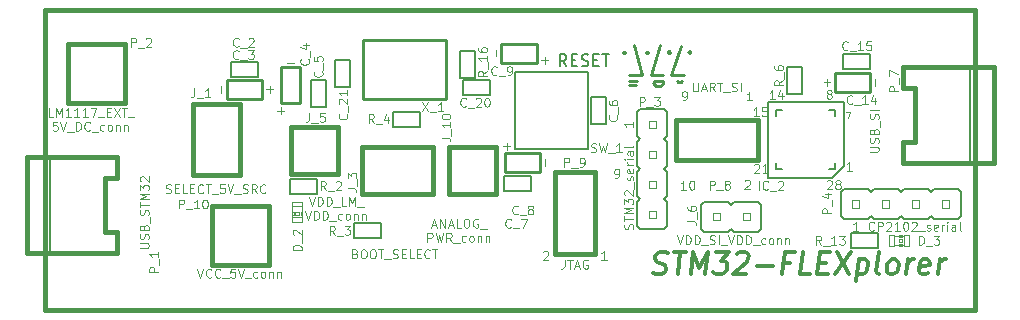
<source format=gto>
G04 (created by PCBNEW-RS274X (2010-03-14)-final) date Tue 05 Apr 2011 06:41:08 PM CEST*
G01*
G70*
G90*
%MOIN*%
G04 Gerber Fmt 3.4, Leading zero omitted, Abs format*
%FSLAX34Y34*%
G04 APERTURE LIST*
%ADD10C,0.006000*%
%ADD11C,0.004900*%
%ADD12C,0.003300*%
%ADD13C,0.006600*%
%ADD14C,0.011800*%
%ADD15C,0.015000*%
%ADD16C,0.010000*%
%ADD17C,0.002600*%
%ADD18C,0.004000*%
%ADD19C,0.008000*%
%ADD20C,0.005000*%
%ADD21C,0.005900*%
%ADD22C,0.007900*%
G04 APERTURE END LIST*
G54D10*
G54D11*
X57864Y-23979D02*
X57695Y-23979D01*
X57779Y-23979D02*
X57779Y-23684D01*
X57751Y-23726D01*
X57723Y-23754D01*
X57695Y-23768D01*
X58046Y-23684D02*
X58075Y-23684D01*
X58103Y-23698D01*
X58117Y-23712D01*
X58131Y-23740D01*
X58145Y-23796D01*
X58145Y-23867D01*
X58131Y-23923D01*
X58117Y-23951D01*
X58103Y-23965D01*
X58075Y-23979D01*
X58046Y-23979D01*
X58018Y-23965D01*
X58004Y-23951D01*
X57990Y-23923D01*
X57976Y-23867D01*
X57976Y-23796D01*
X57990Y-23740D01*
X58004Y-23712D01*
X58018Y-23698D01*
X58046Y-23684D01*
X58096Y-20414D02*
X58096Y-20653D01*
X58110Y-20681D01*
X58124Y-20695D01*
X58152Y-20709D01*
X58209Y-20709D01*
X58237Y-20695D01*
X58251Y-20681D01*
X58265Y-20653D01*
X58265Y-20414D01*
X58391Y-20625D02*
X58532Y-20625D01*
X58363Y-20709D02*
X58461Y-20414D01*
X58560Y-20709D01*
X58827Y-20709D02*
X58728Y-20568D01*
X58658Y-20709D02*
X58658Y-20414D01*
X58771Y-20414D01*
X58799Y-20428D01*
X58813Y-20442D01*
X58827Y-20470D01*
X58827Y-20512D01*
X58813Y-20540D01*
X58799Y-20554D01*
X58771Y-20568D01*
X58658Y-20568D01*
X58911Y-20414D02*
X59080Y-20414D01*
X58995Y-20709D02*
X58995Y-20414D01*
X59108Y-20737D02*
X59333Y-20737D01*
X59389Y-20695D02*
X59431Y-20709D01*
X59502Y-20709D01*
X59530Y-20695D01*
X59544Y-20681D01*
X59558Y-20653D01*
X59558Y-20625D01*
X59544Y-20597D01*
X59530Y-20582D01*
X59502Y-20568D01*
X59445Y-20554D01*
X59417Y-20540D01*
X59403Y-20526D01*
X59389Y-20498D01*
X59389Y-20470D01*
X59403Y-20442D01*
X59417Y-20428D01*
X59445Y-20414D01*
X59516Y-20414D01*
X59558Y-20428D01*
X59684Y-20709D02*
X59684Y-20414D01*
X59826Y-23692D02*
X59840Y-23678D01*
X59868Y-23664D01*
X59939Y-23664D01*
X59967Y-23678D01*
X59981Y-23692D01*
X59995Y-23720D01*
X59995Y-23748D01*
X59981Y-23790D01*
X59812Y-23959D01*
X59995Y-23959D01*
X57754Y-20999D02*
X57810Y-20999D01*
X57839Y-20985D01*
X57853Y-20971D01*
X57881Y-20929D01*
X57895Y-20872D01*
X57895Y-20760D01*
X57881Y-20732D01*
X57867Y-20718D01*
X57839Y-20704D01*
X57782Y-20704D01*
X57754Y-20718D01*
X57740Y-20732D01*
X57726Y-20760D01*
X57726Y-20830D01*
X57740Y-20858D01*
X57754Y-20872D01*
X57782Y-20887D01*
X57839Y-20887D01*
X57867Y-20872D01*
X57881Y-20858D01*
X57895Y-20830D01*
X60065Y-21009D02*
X59896Y-21009D01*
X59980Y-21009D02*
X59980Y-20714D01*
X59952Y-20756D01*
X59924Y-20784D01*
X59896Y-20798D01*
X53106Y-26052D02*
X53120Y-26038D01*
X53148Y-26024D01*
X53219Y-26024D01*
X53247Y-26038D01*
X53261Y-26052D01*
X53275Y-26080D01*
X53275Y-26108D01*
X53261Y-26150D01*
X53092Y-26319D01*
X53275Y-26319D01*
X55504Y-23589D02*
X55560Y-23589D01*
X55589Y-23575D01*
X55603Y-23561D01*
X55631Y-23519D01*
X55645Y-23462D01*
X55645Y-23350D01*
X55631Y-23322D01*
X55617Y-23308D01*
X55589Y-23294D01*
X55532Y-23294D01*
X55504Y-23308D01*
X55490Y-23322D01*
X55476Y-23350D01*
X55476Y-23420D01*
X55490Y-23448D01*
X55504Y-23462D01*
X55532Y-23477D01*
X55589Y-23477D01*
X55617Y-23462D01*
X55631Y-23448D01*
X55645Y-23420D01*
X60135Y-23152D02*
X60149Y-23138D01*
X60177Y-23124D01*
X60248Y-23124D01*
X60276Y-23138D01*
X60290Y-23152D01*
X60304Y-23180D01*
X60304Y-23208D01*
X60290Y-23250D01*
X60121Y-23419D01*
X60304Y-23419D01*
X60585Y-23419D02*
X60416Y-23419D01*
X60500Y-23419D02*
X60500Y-23124D01*
X60472Y-23166D01*
X60444Y-23194D01*
X60416Y-23208D01*
X60284Y-21529D02*
X60115Y-21529D01*
X60199Y-21529D02*
X60199Y-21234D01*
X60171Y-21276D01*
X60143Y-21304D01*
X60115Y-21318D01*
X60551Y-21234D02*
X60410Y-21234D01*
X60396Y-21374D01*
X60410Y-21360D01*
X60438Y-21346D01*
X60509Y-21346D01*
X60537Y-21360D01*
X60551Y-21374D01*
X60565Y-21402D01*
X60565Y-21473D01*
X60551Y-21501D01*
X60537Y-21515D01*
X60509Y-21529D01*
X60438Y-21529D01*
X60410Y-21515D01*
X60396Y-21501D01*
X60824Y-20969D02*
X60655Y-20969D01*
X60739Y-20969D02*
X60739Y-20674D01*
X60711Y-20716D01*
X60683Y-20744D01*
X60655Y-20758D01*
X61077Y-20772D02*
X61077Y-20969D01*
X61006Y-20660D02*
X60936Y-20871D01*
X61119Y-20871D01*
X62612Y-20790D02*
X62584Y-20776D01*
X62570Y-20762D01*
X62556Y-20734D01*
X62556Y-20720D01*
X62570Y-20692D01*
X62584Y-20678D01*
X62612Y-20664D01*
X62669Y-20664D01*
X62697Y-20678D01*
X62711Y-20692D01*
X62725Y-20720D01*
X62725Y-20734D01*
X62711Y-20762D01*
X62697Y-20776D01*
X62669Y-20790D01*
X62612Y-20790D01*
X62584Y-20804D01*
X62570Y-20818D01*
X62556Y-20847D01*
X62556Y-20903D01*
X62570Y-20931D01*
X62584Y-20945D01*
X62612Y-20959D01*
X62669Y-20959D01*
X62697Y-20945D01*
X62711Y-20931D01*
X62725Y-20903D01*
X62725Y-20847D01*
X62711Y-20818D01*
X62697Y-20804D01*
X62669Y-20790D01*
G54D12*
X63208Y-21402D02*
X63339Y-21402D01*
X63255Y-21599D01*
G54D11*
X63994Y-22725D02*
X64233Y-22725D01*
X64261Y-22711D01*
X64275Y-22697D01*
X64289Y-22669D01*
X64289Y-22612D01*
X64275Y-22584D01*
X64261Y-22570D01*
X64233Y-22556D01*
X63994Y-22556D01*
X64275Y-22430D02*
X64289Y-22388D01*
X64289Y-22317D01*
X64275Y-22289D01*
X64261Y-22275D01*
X64233Y-22261D01*
X64205Y-22261D01*
X64177Y-22275D01*
X64162Y-22289D01*
X64148Y-22317D01*
X64134Y-22374D01*
X64120Y-22402D01*
X64106Y-22416D01*
X64078Y-22430D01*
X64050Y-22430D01*
X64022Y-22416D01*
X64008Y-22402D01*
X63994Y-22374D01*
X63994Y-22303D01*
X64008Y-22261D01*
X64134Y-22036D02*
X64148Y-21994D01*
X64162Y-21980D01*
X64191Y-21966D01*
X64233Y-21966D01*
X64261Y-21980D01*
X64275Y-21994D01*
X64289Y-22022D01*
X64289Y-22135D01*
X63994Y-22135D01*
X63994Y-22036D01*
X64008Y-22008D01*
X64022Y-21994D01*
X64050Y-21980D01*
X64078Y-21980D01*
X64106Y-21994D01*
X64120Y-22008D01*
X64134Y-22036D01*
X64134Y-22135D01*
X64317Y-21910D02*
X64317Y-21685D01*
X64275Y-21629D02*
X64289Y-21587D01*
X64289Y-21516D01*
X64275Y-21488D01*
X64261Y-21474D01*
X64233Y-21460D01*
X64205Y-21460D01*
X64177Y-21474D01*
X64162Y-21488D01*
X64148Y-21516D01*
X64134Y-21573D01*
X64120Y-21601D01*
X64106Y-21615D01*
X64078Y-21629D01*
X64050Y-21629D01*
X64022Y-21615D01*
X64008Y-21601D01*
X63994Y-21573D01*
X63994Y-21502D01*
X64008Y-21460D01*
X64289Y-21334D02*
X63994Y-21334D01*
X62565Y-23702D02*
X62579Y-23688D01*
X62607Y-23674D01*
X62678Y-23674D01*
X62706Y-23688D01*
X62720Y-23702D01*
X62734Y-23730D01*
X62734Y-23758D01*
X62720Y-23800D01*
X62551Y-23969D01*
X62734Y-23969D01*
X62902Y-23800D02*
X62874Y-23786D01*
X62860Y-23772D01*
X62846Y-23744D01*
X62846Y-23730D01*
X62860Y-23702D01*
X62874Y-23688D01*
X62902Y-23674D01*
X62959Y-23674D01*
X62987Y-23688D01*
X63001Y-23702D01*
X63015Y-23730D01*
X63015Y-23744D01*
X63001Y-23772D01*
X62987Y-23786D01*
X62959Y-23800D01*
X62902Y-23800D01*
X62874Y-23814D01*
X62860Y-23828D01*
X62846Y-23857D01*
X62846Y-23913D01*
X62860Y-23941D01*
X62874Y-23955D01*
X62902Y-23969D01*
X62959Y-23969D01*
X62987Y-23955D01*
X63001Y-23941D01*
X63015Y-23913D01*
X63015Y-23857D01*
X63001Y-23828D01*
X62987Y-23814D01*
X62959Y-23800D01*
X63385Y-23349D02*
X63216Y-23349D01*
X63300Y-23349D02*
X63300Y-23054D01*
X63272Y-23096D01*
X63244Y-23124D01*
X63216Y-23138D01*
X63605Y-25349D02*
X63436Y-25349D01*
X63520Y-25349D02*
X63520Y-25054D01*
X63492Y-25096D01*
X63464Y-25124D01*
X63436Y-25138D01*
X56085Y-25297D02*
X56099Y-25255D01*
X56099Y-25184D01*
X56085Y-25156D01*
X56071Y-25142D01*
X56043Y-25128D01*
X56015Y-25128D01*
X55987Y-25142D01*
X55972Y-25156D01*
X55958Y-25184D01*
X55944Y-25241D01*
X55930Y-25269D01*
X55916Y-25283D01*
X55888Y-25297D01*
X55860Y-25297D01*
X55832Y-25283D01*
X55818Y-25269D01*
X55804Y-25241D01*
X55804Y-25170D01*
X55818Y-25128D01*
X55804Y-25044D02*
X55804Y-24875D01*
X56099Y-24960D02*
X55804Y-24960D01*
X56099Y-24777D02*
X55804Y-24777D01*
X56015Y-24678D01*
X55804Y-24580D01*
X56099Y-24580D01*
X55804Y-24468D02*
X55804Y-24285D01*
X55916Y-24384D01*
X55916Y-24341D01*
X55930Y-24313D01*
X55944Y-24299D01*
X55972Y-24285D01*
X56043Y-24285D01*
X56071Y-24299D01*
X56085Y-24313D01*
X56099Y-24341D01*
X56099Y-24426D01*
X56085Y-24454D01*
X56071Y-24468D01*
X55832Y-24173D02*
X55818Y-24159D01*
X55804Y-24131D01*
X55804Y-24060D01*
X55818Y-24032D01*
X55832Y-24018D01*
X55860Y-24004D01*
X55888Y-24004D01*
X55930Y-24018D01*
X56099Y-24187D01*
X56099Y-24004D01*
X56127Y-23948D02*
X56127Y-23723D01*
X56085Y-23667D02*
X56099Y-23639D01*
X56099Y-23583D01*
X56085Y-23554D01*
X56057Y-23540D01*
X56043Y-23540D01*
X56015Y-23554D01*
X56001Y-23583D01*
X56001Y-23625D01*
X55987Y-23653D01*
X55958Y-23667D01*
X55944Y-23667D01*
X55916Y-23653D01*
X55902Y-23625D01*
X55902Y-23583D01*
X55916Y-23554D01*
X56085Y-23301D02*
X56099Y-23329D01*
X56099Y-23386D01*
X56085Y-23414D01*
X56057Y-23428D01*
X55944Y-23428D01*
X55916Y-23414D01*
X55902Y-23386D01*
X55902Y-23329D01*
X55916Y-23301D01*
X55944Y-23287D01*
X55972Y-23287D01*
X56001Y-23428D01*
X56099Y-23161D02*
X55902Y-23161D01*
X55958Y-23161D02*
X55930Y-23147D01*
X55916Y-23133D01*
X55902Y-23105D01*
X55902Y-23076D01*
X56099Y-22978D02*
X55902Y-22978D01*
X55804Y-22978D02*
X55818Y-22992D01*
X55832Y-22978D01*
X55818Y-22964D01*
X55804Y-22978D01*
X55832Y-22978D01*
X56099Y-22711D02*
X55944Y-22711D01*
X55916Y-22725D01*
X55902Y-22753D01*
X55902Y-22810D01*
X55916Y-22838D01*
X56085Y-22711D02*
X56099Y-22739D01*
X56099Y-22810D01*
X56085Y-22838D01*
X56057Y-22852D01*
X56029Y-22852D01*
X56001Y-22838D01*
X55987Y-22810D01*
X55987Y-22739D01*
X55972Y-22711D01*
X56099Y-22529D02*
X56085Y-22557D01*
X56057Y-22571D01*
X55804Y-22571D01*
X64131Y-25321D02*
X64117Y-25335D01*
X64075Y-25349D01*
X64047Y-25349D01*
X64004Y-25335D01*
X63976Y-25307D01*
X63962Y-25279D01*
X63948Y-25222D01*
X63948Y-25180D01*
X63962Y-25124D01*
X63976Y-25096D01*
X64004Y-25068D01*
X64047Y-25054D01*
X64075Y-25054D01*
X64117Y-25068D01*
X64131Y-25082D01*
X64257Y-25349D02*
X64257Y-25054D01*
X64370Y-25054D01*
X64398Y-25068D01*
X64412Y-25082D01*
X64426Y-25110D01*
X64426Y-25152D01*
X64412Y-25180D01*
X64398Y-25194D01*
X64370Y-25208D01*
X64257Y-25208D01*
X64538Y-25082D02*
X64552Y-25068D01*
X64580Y-25054D01*
X64651Y-25054D01*
X64679Y-25068D01*
X64693Y-25082D01*
X64707Y-25110D01*
X64707Y-25138D01*
X64693Y-25180D01*
X64524Y-25349D01*
X64707Y-25349D01*
X64988Y-25349D02*
X64819Y-25349D01*
X64903Y-25349D02*
X64903Y-25054D01*
X64875Y-25096D01*
X64847Y-25124D01*
X64819Y-25138D01*
X65170Y-25054D02*
X65199Y-25054D01*
X65227Y-25068D01*
X65241Y-25082D01*
X65255Y-25110D01*
X65269Y-25166D01*
X65269Y-25237D01*
X65255Y-25293D01*
X65241Y-25321D01*
X65227Y-25335D01*
X65199Y-25349D01*
X65170Y-25349D01*
X65142Y-25335D01*
X65128Y-25321D01*
X65114Y-25293D01*
X65100Y-25237D01*
X65100Y-25166D01*
X65114Y-25110D01*
X65128Y-25082D01*
X65142Y-25068D01*
X65170Y-25054D01*
X65381Y-25082D02*
X65395Y-25068D01*
X65423Y-25054D01*
X65494Y-25054D01*
X65522Y-25068D01*
X65536Y-25082D01*
X65550Y-25110D01*
X65550Y-25138D01*
X65536Y-25180D01*
X65367Y-25349D01*
X65550Y-25349D01*
X65606Y-25377D02*
X65831Y-25377D01*
X65887Y-25335D02*
X65915Y-25349D01*
X65971Y-25349D01*
X66000Y-25335D01*
X66014Y-25307D01*
X66014Y-25293D01*
X66000Y-25265D01*
X65971Y-25251D01*
X65929Y-25251D01*
X65901Y-25237D01*
X65887Y-25208D01*
X65887Y-25194D01*
X65901Y-25166D01*
X65929Y-25152D01*
X65971Y-25152D01*
X66000Y-25166D01*
X66253Y-25335D02*
X66225Y-25349D01*
X66168Y-25349D01*
X66140Y-25335D01*
X66126Y-25307D01*
X66126Y-25194D01*
X66140Y-25166D01*
X66168Y-25152D01*
X66225Y-25152D01*
X66253Y-25166D01*
X66267Y-25194D01*
X66267Y-25222D01*
X66126Y-25251D01*
X66393Y-25349D02*
X66393Y-25152D01*
X66393Y-25208D02*
X66407Y-25180D01*
X66421Y-25166D01*
X66449Y-25152D01*
X66478Y-25152D01*
X66576Y-25349D02*
X66576Y-25152D01*
X66576Y-25054D02*
X66562Y-25068D01*
X66576Y-25082D01*
X66590Y-25068D01*
X66576Y-25054D01*
X66576Y-25082D01*
X66843Y-25349D02*
X66843Y-25194D01*
X66829Y-25166D01*
X66801Y-25152D01*
X66744Y-25152D01*
X66716Y-25166D01*
X66843Y-25335D02*
X66815Y-25349D01*
X66744Y-25349D01*
X66716Y-25335D01*
X66702Y-25307D01*
X66702Y-25279D01*
X66716Y-25251D01*
X66744Y-25237D01*
X66815Y-25237D01*
X66843Y-25222D01*
X67025Y-25349D02*
X66997Y-25335D01*
X66983Y-25307D01*
X66983Y-25054D01*
X57560Y-25504D02*
X57658Y-25799D01*
X57757Y-25504D01*
X57855Y-25799D02*
X57855Y-25504D01*
X57925Y-25504D01*
X57968Y-25518D01*
X57996Y-25546D01*
X58010Y-25574D01*
X58024Y-25630D01*
X58024Y-25672D01*
X58010Y-25729D01*
X57996Y-25757D01*
X57968Y-25785D01*
X57925Y-25799D01*
X57855Y-25799D01*
X58150Y-25799D02*
X58150Y-25504D01*
X58220Y-25504D01*
X58263Y-25518D01*
X58291Y-25546D01*
X58305Y-25574D01*
X58319Y-25630D01*
X58319Y-25672D01*
X58305Y-25729D01*
X58291Y-25757D01*
X58263Y-25785D01*
X58220Y-25799D01*
X58150Y-25799D01*
X58375Y-25827D02*
X58600Y-25827D01*
X58656Y-25785D02*
X58698Y-25799D01*
X58769Y-25799D01*
X58797Y-25785D01*
X58811Y-25771D01*
X58825Y-25743D01*
X58825Y-25715D01*
X58811Y-25687D01*
X58797Y-25672D01*
X58769Y-25658D01*
X58712Y-25644D01*
X58684Y-25630D01*
X58670Y-25616D01*
X58656Y-25588D01*
X58656Y-25560D01*
X58670Y-25532D01*
X58684Y-25518D01*
X58712Y-25504D01*
X58783Y-25504D01*
X58825Y-25518D01*
X58951Y-25799D02*
X58951Y-25504D01*
X59021Y-25827D02*
X59246Y-25827D01*
X59274Y-25504D02*
X59372Y-25799D01*
X59471Y-25504D01*
X59569Y-25799D02*
X59569Y-25504D01*
X59639Y-25504D01*
X59682Y-25518D01*
X59710Y-25546D01*
X59724Y-25574D01*
X59738Y-25630D01*
X59738Y-25672D01*
X59724Y-25729D01*
X59710Y-25757D01*
X59682Y-25785D01*
X59639Y-25799D01*
X59569Y-25799D01*
X59864Y-25799D02*
X59864Y-25504D01*
X59934Y-25504D01*
X59977Y-25518D01*
X60005Y-25546D01*
X60019Y-25574D01*
X60033Y-25630D01*
X60033Y-25672D01*
X60019Y-25729D01*
X60005Y-25757D01*
X59977Y-25785D01*
X59934Y-25799D01*
X59864Y-25799D01*
X60089Y-25827D02*
X60314Y-25827D01*
X60511Y-25785D02*
X60483Y-25799D01*
X60426Y-25799D01*
X60398Y-25785D01*
X60384Y-25771D01*
X60370Y-25743D01*
X60370Y-25658D01*
X60384Y-25630D01*
X60398Y-25616D01*
X60426Y-25602D01*
X60483Y-25602D01*
X60511Y-25616D01*
X60679Y-25799D02*
X60651Y-25785D01*
X60637Y-25771D01*
X60623Y-25743D01*
X60623Y-25658D01*
X60637Y-25630D01*
X60651Y-25616D01*
X60679Y-25602D01*
X60722Y-25602D01*
X60750Y-25616D01*
X60764Y-25630D01*
X60778Y-25658D01*
X60778Y-25743D01*
X60764Y-25771D01*
X60750Y-25785D01*
X60722Y-25799D01*
X60679Y-25799D01*
X60904Y-25602D02*
X60904Y-25799D01*
X60904Y-25630D02*
X60918Y-25616D01*
X60946Y-25602D01*
X60989Y-25602D01*
X61017Y-25616D01*
X61031Y-25644D01*
X61031Y-25799D01*
X61171Y-25602D02*
X61171Y-25799D01*
X61171Y-25630D02*
X61185Y-25616D01*
X61213Y-25602D01*
X61256Y-25602D01*
X61284Y-25616D01*
X61298Y-25644D01*
X61298Y-25799D01*
X53814Y-26324D02*
X53814Y-26535D01*
X53799Y-26577D01*
X53771Y-26605D01*
X53729Y-26619D01*
X53701Y-26619D01*
X53912Y-26324D02*
X54081Y-26324D01*
X53996Y-26619D02*
X53996Y-26324D01*
X54165Y-26535D02*
X54306Y-26535D01*
X54137Y-26619D02*
X54235Y-26324D01*
X54334Y-26619D01*
X54587Y-26338D02*
X54559Y-26324D01*
X54517Y-26324D01*
X54474Y-26338D01*
X54446Y-26366D01*
X54432Y-26394D01*
X54418Y-26450D01*
X54418Y-26492D01*
X54432Y-26549D01*
X54446Y-26577D01*
X54474Y-26605D01*
X54517Y-26619D01*
X54545Y-26619D01*
X54587Y-26605D01*
X54601Y-26591D01*
X54601Y-26492D01*
X54545Y-26492D01*
G54D13*
X53879Y-19869D02*
X53748Y-19682D01*
X53654Y-19869D02*
X53654Y-19475D01*
X53804Y-19475D01*
X53841Y-19494D01*
X53860Y-19513D01*
X53879Y-19551D01*
X53879Y-19607D01*
X53860Y-19644D01*
X53841Y-19663D01*
X53804Y-19682D01*
X53654Y-19682D01*
X54048Y-19663D02*
X54179Y-19663D01*
X54235Y-19869D02*
X54048Y-19869D01*
X54048Y-19475D01*
X54235Y-19475D01*
X54385Y-19851D02*
X54441Y-19869D01*
X54535Y-19869D01*
X54573Y-19851D01*
X54591Y-19832D01*
X54610Y-19794D01*
X54610Y-19757D01*
X54591Y-19719D01*
X54573Y-19701D01*
X54535Y-19682D01*
X54460Y-19663D01*
X54423Y-19644D01*
X54404Y-19626D01*
X54385Y-19588D01*
X54385Y-19551D01*
X54404Y-19513D01*
X54423Y-19494D01*
X54460Y-19475D01*
X54554Y-19475D01*
X54610Y-19494D01*
X54779Y-19663D02*
X54910Y-19663D01*
X54966Y-19869D02*
X54779Y-19869D01*
X54779Y-19475D01*
X54966Y-19475D01*
X55079Y-19475D02*
X55304Y-19475D01*
X55191Y-19869D02*
X55191Y-19475D01*
G54D11*
X56089Y-21715D02*
X56089Y-21884D01*
X56089Y-21800D02*
X55794Y-21800D01*
X55836Y-21828D01*
X55864Y-21856D01*
X55878Y-21884D01*
X55215Y-26319D02*
X55046Y-26319D01*
X55130Y-26319D02*
X55130Y-26024D01*
X55102Y-26066D01*
X55074Y-26094D01*
X55046Y-26108D01*
X49395Y-25167D02*
X49536Y-25167D01*
X49367Y-25251D02*
X49465Y-24956D01*
X49564Y-25251D01*
X49662Y-25251D02*
X49662Y-24956D01*
X49831Y-25251D01*
X49831Y-24956D01*
X49957Y-25167D02*
X50098Y-25167D01*
X49929Y-25251D02*
X50027Y-24956D01*
X50126Y-25251D01*
X50365Y-25251D02*
X50224Y-25251D01*
X50224Y-24956D01*
X50519Y-24956D02*
X50576Y-24956D01*
X50604Y-24970D01*
X50632Y-24998D01*
X50646Y-25054D01*
X50646Y-25153D01*
X50632Y-25209D01*
X50604Y-25237D01*
X50576Y-25251D01*
X50519Y-25251D01*
X50491Y-25237D01*
X50463Y-25209D01*
X50449Y-25153D01*
X50449Y-25054D01*
X50463Y-24998D01*
X50491Y-24970D01*
X50519Y-24956D01*
X50927Y-24970D02*
X50899Y-24956D01*
X50857Y-24956D01*
X50814Y-24970D01*
X50786Y-24998D01*
X50772Y-25026D01*
X50758Y-25082D01*
X50758Y-25124D01*
X50772Y-25181D01*
X50786Y-25209D01*
X50814Y-25237D01*
X50857Y-25251D01*
X50885Y-25251D01*
X50927Y-25237D01*
X50941Y-25223D01*
X50941Y-25124D01*
X50885Y-25124D01*
X50997Y-25279D02*
X51222Y-25279D01*
X49247Y-25723D02*
X49247Y-25428D01*
X49360Y-25428D01*
X49388Y-25442D01*
X49402Y-25456D01*
X49416Y-25484D01*
X49416Y-25526D01*
X49402Y-25554D01*
X49388Y-25568D01*
X49360Y-25582D01*
X49247Y-25582D01*
X49514Y-25428D02*
X49584Y-25723D01*
X49641Y-25512D01*
X49697Y-25723D01*
X49767Y-25428D01*
X50048Y-25723D02*
X49949Y-25582D01*
X49879Y-25723D02*
X49879Y-25428D01*
X49992Y-25428D01*
X50020Y-25442D01*
X50034Y-25456D01*
X50048Y-25484D01*
X50048Y-25526D01*
X50034Y-25554D01*
X50020Y-25568D01*
X49992Y-25582D01*
X49879Y-25582D01*
X50104Y-25751D02*
X50329Y-25751D01*
X50526Y-25709D02*
X50498Y-25723D01*
X50441Y-25723D01*
X50413Y-25709D01*
X50399Y-25695D01*
X50385Y-25667D01*
X50385Y-25582D01*
X50399Y-25554D01*
X50413Y-25540D01*
X50441Y-25526D01*
X50498Y-25526D01*
X50526Y-25540D01*
X50694Y-25723D02*
X50666Y-25709D01*
X50652Y-25695D01*
X50638Y-25667D01*
X50638Y-25582D01*
X50652Y-25554D01*
X50666Y-25540D01*
X50694Y-25526D01*
X50737Y-25526D01*
X50765Y-25540D01*
X50779Y-25554D01*
X50793Y-25582D01*
X50793Y-25667D01*
X50779Y-25695D01*
X50765Y-25709D01*
X50737Y-25723D01*
X50694Y-25723D01*
X50919Y-25526D02*
X50919Y-25723D01*
X50919Y-25554D02*
X50933Y-25540D01*
X50961Y-25526D01*
X51004Y-25526D01*
X51032Y-25540D01*
X51046Y-25568D01*
X51046Y-25723D01*
X51186Y-25526D02*
X51186Y-25723D01*
X51186Y-25554D02*
X51200Y-25540D01*
X51228Y-25526D01*
X51271Y-25526D01*
X51299Y-25540D01*
X51313Y-25568D01*
X51313Y-25723D01*
X46837Y-26116D02*
X46879Y-26130D01*
X46893Y-26144D01*
X46907Y-26173D01*
X46907Y-26215D01*
X46893Y-26243D01*
X46879Y-26257D01*
X46851Y-26271D01*
X46738Y-26271D01*
X46738Y-25976D01*
X46837Y-25976D01*
X46865Y-25990D01*
X46879Y-26004D01*
X46893Y-26032D01*
X46893Y-26060D01*
X46879Y-26088D01*
X46865Y-26102D01*
X46837Y-26116D01*
X46738Y-26116D01*
X47089Y-25976D02*
X47146Y-25976D01*
X47174Y-25990D01*
X47202Y-26018D01*
X47216Y-26074D01*
X47216Y-26173D01*
X47202Y-26229D01*
X47174Y-26257D01*
X47146Y-26271D01*
X47089Y-26271D01*
X47061Y-26257D01*
X47033Y-26229D01*
X47019Y-26173D01*
X47019Y-26074D01*
X47033Y-26018D01*
X47061Y-25990D01*
X47089Y-25976D01*
X47398Y-25976D02*
X47455Y-25976D01*
X47483Y-25990D01*
X47511Y-26018D01*
X47525Y-26074D01*
X47525Y-26173D01*
X47511Y-26229D01*
X47483Y-26257D01*
X47455Y-26271D01*
X47398Y-26271D01*
X47370Y-26257D01*
X47342Y-26229D01*
X47328Y-26173D01*
X47328Y-26074D01*
X47342Y-26018D01*
X47370Y-25990D01*
X47398Y-25976D01*
X47609Y-25976D02*
X47778Y-25976D01*
X47693Y-26271D02*
X47693Y-25976D01*
X47806Y-26299D02*
X48031Y-26299D01*
X48087Y-26257D02*
X48129Y-26271D01*
X48200Y-26271D01*
X48228Y-26257D01*
X48242Y-26243D01*
X48256Y-26215D01*
X48256Y-26187D01*
X48242Y-26159D01*
X48228Y-26144D01*
X48200Y-26130D01*
X48143Y-26116D01*
X48115Y-26102D01*
X48101Y-26088D01*
X48087Y-26060D01*
X48087Y-26032D01*
X48101Y-26004D01*
X48115Y-25990D01*
X48143Y-25976D01*
X48214Y-25976D01*
X48256Y-25990D01*
X48382Y-26116D02*
X48481Y-26116D01*
X48523Y-26271D02*
X48382Y-26271D01*
X48382Y-25976D01*
X48523Y-25976D01*
X48790Y-26271D02*
X48649Y-26271D01*
X48649Y-25976D01*
X48888Y-26116D02*
X48987Y-26116D01*
X49029Y-26271D02*
X48888Y-26271D01*
X48888Y-25976D01*
X49029Y-25976D01*
X49324Y-26243D02*
X49310Y-26257D01*
X49268Y-26271D01*
X49240Y-26271D01*
X49197Y-26257D01*
X49169Y-26229D01*
X49155Y-26201D01*
X49141Y-26144D01*
X49141Y-26102D01*
X49155Y-26046D01*
X49169Y-26018D01*
X49197Y-25990D01*
X49240Y-25976D01*
X49268Y-25976D01*
X49310Y-25990D01*
X49324Y-26004D01*
X49408Y-25976D02*
X49577Y-25976D01*
X49492Y-26271D02*
X49492Y-25976D01*
X45292Y-24224D02*
X45390Y-24519D01*
X45489Y-24224D01*
X45587Y-24519D02*
X45587Y-24224D01*
X45657Y-24224D01*
X45700Y-24238D01*
X45728Y-24266D01*
X45742Y-24294D01*
X45756Y-24350D01*
X45756Y-24392D01*
X45742Y-24449D01*
X45728Y-24477D01*
X45700Y-24505D01*
X45657Y-24519D01*
X45587Y-24519D01*
X45882Y-24519D02*
X45882Y-24224D01*
X45952Y-24224D01*
X45995Y-24238D01*
X46023Y-24266D01*
X46037Y-24294D01*
X46051Y-24350D01*
X46051Y-24392D01*
X46037Y-24449D01*
X46023Y-24477D01*
X45995Y-24505D01*
X45952Y-24519D01*
X45882Y-24519D01*
X46107Y-24547D02*
X46332Y-24547D01*
X46543Y-24519D02*
X46402Y-24519D01*
X46402Y-24224D01*
X46641Y-24519D02*
X46641Y-24224D01*
X46740Y-24435D01*
X46838Y-24224D01*
X46838Y-24519D01*
X46908Y-24547D02*
X47133Y-24547D01*
X45165Y-24696D02*
X45263Y-24991D01*
X45362Y-24696D01*
X45460Y-24991D02*
X45460Y-24696D01*
X45530Y-24696D01*
X45573Y-24710D01*
X45601Y-24738D01*
X45615Y-24766D01*
X45629Y-24822D01*
X45629Y-24864D01*
X45615Y-24921D01*
X45601Y-24949D01*
X45573Y-24977D01*
X45530Y-24991D01*
X45460Y-24991D01*
X45755Y-24991D02*
X45755Y-24696D01*
X45825Y-24696D01*
X45868Y-24710D01*
X45896Y-24738D01*
X45910Y-24766D01*
X45924Y-24822D01*
X45924Y-24864D01*
X45910Y-24921D01*
X45896Y-24949D01*
X45868Y-24977D01*
X45825Y-24991D01*
X45755Y-24991D01*
X45980Y-25019D02*
X46205Y-25019D01*
X46402Y-24977D02*
X46374Y-24991D01*
X46317Y-24991D01*
X46289Y-24977D01*
X46275Y-24963D01*
X46261Y-24935D01*
X46261Y-24850D01*
X46275Y-24822D01*
X46289Y-24808D01*
X46317Y-24794D01*
X46374Y-24794D01*
X46402Y-24808D01*
X46570Y-24991D02*
X46542Y-24977D01*
X46528Y-24963D01*
X46514Y-24935D01*
X46514Y-24850D01*
X46528Y-24822D01*
X46542Y-24808D01*
X46570Y-24794D01*
X46613Y-24794D01*
X46641Y-24808D01*
X46655Y-24822D01*
X46669Y-24850D01*
X46669Y-24935D01*
X46655Y-24963D01*
X46641Y-24977D01*
X46613Y-24991D01*
X46570Y-24991D01*
X46795Y-24794D02*
X46795Y-24991D01*
X46795Y-24822D02*
X46809Y-24808D01*
X46837Y-24794D01*
X46880Y-24794D01*
X46908Y-24808D01*
X46922Y-24836D01*
X46922Y-24991D01*
X47062Y-24794D02*
X47062Y-24991D01*
X47062Y-24822D02*
X47076Y-24808D01*
X47104Y-24794D01*
X47147Y-24794D01*
X47175Y-24808D01*
X47189Y-24836D01*
X47189Y-24991D01*
X40530Y-24085D02*
X40572Y-24099D01*
X40643Y-24099D01*
X40671Y-24085D01*
X40685Y-24071D01*
X40699Y-24043D01*
X40699Y-24015D01*
X40685Y-23987D01*
X40671Y-23972D01*
X40643Y-23958D01*
X40586Y-23944D01*
X40558Y-23930D01*
X40544Y-23916D01*
X40530Y-23888D01*
X40530Y-23860D01*
X40544Y-23832D01*
X40558Y-23818D01*
X40586Y-23804D01*
X40657Y-23804D01*
X40699Y-23818D01*
X40825Y-23944D02*
X40924Y-23944D01*
X40966Y-24099D02*
X40825Y-24099D01*
X40825Y-23804D01*
X40966Y-23804D01*
X41233Y-24099D02*
X41092Y-24099D01*
X41092Y-23804D01*
X41331Y-23944D02*
X41430Y-23944D01*
X41472Y-24099D02*
X41331Y-24099D01*
X41331Y-23804D01*
X41472Y-23804D01*
X41767Y-24071D02*
X41753Y-24085D01*
X41711Y-24099D01*
X41683Y-24099D01*
X41640Y-24085D01*
X41612Y-24057D01*
X41598Y-24029D01*
X41584Y-23972D01*
X41584Y-23930D01*
X41598Y-23874D01*
X41612Y-23846D01*
X41640Y-23818D01*
X41683Y-23804D01*
X41711Y-23804D01*
X41753Y-23818D01*
X41767Y-23832D01*
X41851Y-23804D02*
X42020Y-23804D01*
X41935Y-24099D02*
X41935Y-23804D01*
X42048Y-24127D02*
X42273Y-24127D01*
X42484Y-23804D02*
X42343Y-23804D01*
X42329Y-23944D01*
X42343Y-23930D01*
X42371Y-23916D01*
X42442Y-23916D01*
X42470Y-23930D01*
X42484Y-23944D01*
X42498Y-23972D01*
X42498Y-24043D01*
X42484Y-24071D01*
X42470Y-24085D01*
X42442Y-24099D01*
X42371Y-24099D01*
X42343Y-24085D01*
X42329Y-24071D01*
X42582Y-23804D02*
X42680Y-24099D01*
X42779Y-23804D01*
X42807Y-24127D02*
X43032Y-24127D01*
X43088Y-24085D02*
X43130Y-24099D01*
X43201Y-24099D01*
X43229Y-24085D01*
X43243Y-24071D01*
X43257Y-24043D01*
X43257Y-24015D01*
X43243Y-23987D01*
X43229Y-23972D01*
X43201Y-23958D01*
X43144Y-23944D01*
X43116Y-23930D01*
X43102Y-23916D01*
X43088Y-23888D01*
X43088Y-23860D01*
X43102Y-23832D01*
X43116Y-23818D01*
X43144Y-23804D01*
X43215Y-23804D01*
X43257Y-23818D01*
X43552Y-24099D02*
X43453Y-23958D01*
X43383Y-24099D02*
X43383Y-23804D01*
X43496Y-23804D01*
X43524Y-23818D01*
X43538Y-23832D01*
X43552Y-23860D01*
X43552Y-23902D01*
X43538Y-23930D01*
X43524Y-23944D01*
X43496Y-23958D01*
X43383Y-23958D01*
X43847Y-24071D02*
X43833Y-24085D01*
X43791Y-24099D01*
X43763Y-24099D01*
X43720Y-24085D01*
X43692Y-24057D01*
X43678Y-24029D01*
X43664Y-23972D01*
X43664Y-23930D01*
X43678Y-23874D01*
X43692Y-23846D01*
X43720Y-23818D01*
X43763Y-23804D01*
X43791Y-23804D01*
X43833Y-23818D01*
X43847Y-23832D01*
X41580Y-26618D02*
X41678Y-26913D01*
X41777Y-26618D01*
X42044Y-26885D02*
X42030Y-26899D01*
X41988Y-26913D01*
X41960Y-26913D01*
X41917Y-26899D01*
X41889Y-26871D01*
X41875Y-26843D01*
X41861Y-26786D01*
X41861Y-26744D01*
X41875Y-26688D01*
X41889Y-26660D01*
X41917Y-26632D01*
X41960Y-26618D01*
X41988Y-26618D01*
X42030Y-26632D01*
X42044Y-26646D01*
X42339Y-26885D02*
X42325Y-26899D01*
X42283Y-26913D01*
X42255Y-26913D01*
X42212Y-26899D01*
X42184Y-26871D01*
X42170Y-26843D01*
X42156Y-26786D01*
X42156Y-26744D01*
X42170Y-26688D01*
X42184Y-26660D01*
X42212Y-26632D01*
X42255Y-26618D01*
X42283Y-26618D01*
X42325Y-26632D01*
X42339Y-26646D01*
X42395Y-26941D02*
X42620Y-26941D01*
X42831Y-26618D02*
X42690Y-26618D01*
X42676Y-26758D01*
X42690Y-26744D01*
X42718Y-26730D01*
X42789Y-26730D01*
X42817Y-26744D01*
X42831Y-26758D01*
X42845Y-26786D01*
X42845Y-26857D01*
X42831Y-26885D01*
X42817Y-26899D01*
X42789Y-26913D01*
X42718Y-26913D01*
X42690Y-26899D01*
X42676Y-26885D01*
X42929Y-26618D02*
X43027Y-26913D01*
X43126Y-26618D01*
X43154Y-26941D02*
X43379Y-26941D01*
X43576Y-26899D02*
X43548Y-26913D01*
X43491Y-26913D01*
X43463Y-26899D01*
X43449Y-26885D01*
X43435Y-26857D01*
X43435Y-26772D01*
X43449Y-26744D01*
X43463Y-26730D01*
X43491Y-26716D01*
X43548Y-26716D01*
X43576Y-26730D01*
X43744Y-26913D02*
X43716Y-26899D01*
X43702Y-26885D01*
X43688Y-26857D01*
X43688Y-26772D01*
X43702Y-26744D01*
X43716Y-26730D01*
X43744Y-26716D01*
X43787Y-26716D01*
X43815Y-26730D01*
X43829Y-26744D01*
X43843Y-26772D01*
X43843Y-26857D01*
X43829Y-26885D01*
X43815Y-26899D01*
X43787Y-26913D01*
X43744Y-26913D01*
X43969Y-26716D02*
X43969Y-26913D01*
X43969Y-26744D02*
X43983Y-26730D01*
X44011Y-26716D01*
X44054Y-26716D01*
X44082Y-26730D01*
X44096Y-26758D01*
X44096Y-26913D01*
X44236Y-26716D02*
X44236Y-26913D01*
X44236Y-26744D02*
X44250Y-26730D01*
X44278Y-26716D01*
X44321Y-26716D01*
X44349Y-26730D01*
X44363Y-26758D01*
X44363Y-26913D01*
X39664Y-25927D02*
X39903Y-25927D01*
X39931Y-25913D01*
X39945Y-25899D01*
X39959Y-25871D01*
X39959Y-25814D01*
X39945Y-25786D01*
X39931Y-25772D01*
X39903Y-25758D01*
X39664Y-25758D01*
X39945Y-25632D02*
X39959Y-25590D01*
X39959Y-25519D01*
X39945Y-25491D01*
X39931Y-25477D01*
X39903Y-25463D01*
X39875Y-25463D01*
X39847Y-25477D01*
X39832Y-25491D01*
X39818Y-25519D01*
X39804Y-25576D01*
X39790Y-25604D01*
X39776Y-25618D01*
X39748Y-25632D01*
X39720Y-25632D01*
X39692Y-25618D01*
X39678Y-25604D01*
X39664Y-25576D01*
X39664Y-25505D01*
X39678Y-25463D01*
X39804Y-25238D02*
X39818Y-25196D01*
X39832Y-25182D01*
X39861Y-25168D01*
X39903Y-25168D01*
X39931Y-25182D01*
X39945Y-25196D01*
X39959Y-25224D01*
X39959Y-25337D01*
X39664Y-25337D01*
X39664Y-25238D01*
X39678Y-25210D01*
X39692Y-25196D01*
X39720Y-25182D01*
X39748Y-25182D01*
X39776Y-25196D01*
X39790Y-25210D01*
X39804Y-25238D01*
X39804Y-25337D01*
X39987Y-25112D02*
X39987Y-24887D01*
X39945Y-24831D02*
X39959Y-24789D01*
X39959Y-24718D01*
X39945Y-24690D01*
X39931Y-24676D01*
X39903Y-24662D01*
X39875Y-24662D01*
X39847Y-24676D01*
X39832Y-24690D01*
X39818Y-24718D01*
X39804Y-24775D01*
X39790Y-24803D01*
X39776Y-24817D01*
X39748Y-24831D01*
X39720Y-24831D01*
X39692Y-24817D01*
X39678Y-24803D01*
X39664Y-24775D01*
X39664Y-24704D01*
X39678Y-24662D01*
X39664Y-24578D02*
X39664Y-24409D01*
X39959Y-24494D02*
X39664Y-24494D01*
X39959Y-24311D02*
X39664Y-24311D01*
X39875Y-24212D01*
X39664Y-24114D01*
X39959Y-24114D01*
X39664Y-24002D02*
X39664Y-23819D01*
X39776Y-23918D01*
X39776Y-23875D01*
X39790Y-23847D01*
X39804Y-23833D01*
X39832Y-23819D01*
X39903Y-23819D01*
X39931Y-23833D01*
X39945Y-23847D01*
X39959Y-23875D01*
X39959Y-23960D01*
X39945Y-23988D01*
X39931Y-24002D01*
X39692Y-23707D02*
X39678Y-23693D01*
X39664Y-23665D01*
X39664Y-23594D01*
X39678Y-23566D01*
X39692Y-23552D01*
X39720Y-23538D01*
X39748Y-23538D01*
X39790Y-23552D01*
X39959Y-23721D01*
X39959Y-23538D01*
X36766Y-21547D02*
X36625Y-21547D01*
X36625Y-21252D01*
X36864Y-21547D02*
X36864Y-21252D01*
X36963Y-21463D01*
X37061Y-21252D01*
X37061Y-21547D01*
X37356Y-21547D02*
X37187Y-21547D01*
X37271Y-21547D02*
X37271Y-21252D01*
X37243Y-21294D01*
X37215Y-21322D01*
X37187Y-21336D01*
X37637Y-21547D02*
X37468Y-21547D01*
X37552Y-21547D02*
X37552Y-21252D01*
X37524Y-21294D01*
X37496Y-21322D01*
X37468Y-21336D01*
X37918Y-21547D02*
X37749Y-21547D01*
X37833Y-21547D02*
X37833Y-21252D01*
X37805Y-21294D01*
X37777Y-21322D01*
X37749Y-21336D01*
X38016Y-21252D02*
X38213Y-21252D01*
X38086Y-21547D01*
X38255Y-21575D02*
X38480Y-21575D01*
X38550Y-21392D02*
X38649Y-21392D01*
X38691Y-21547D02*
X38550Y-21547D01*
X38550Y-21252D01*
X38691Y-21252D01*
X38789Y-21252D02*
X38986Y-21547D01*
X38986Y-21252D02*
X38789Y-21547D01*
X39056Y-21252D02*
X39225Y-21252D01*
X39140Y-21547D02*
X39140Y-21252D01*
X39253Y-21575D02*
X39478Y-21575D01*
X36913Y-21724D02*
X36772Y-21724D01*
X36758Y-21864D01*
X36772Y-21850D01*
X36800Y-21836D01*
X36871Y-21836D01*
X36899Y-21850D01*
X36913Y-21864D01*
X36927Y-21892D01*
X36927Y-21963D01*
X36913Y-21991D01*
X36899Y-22005D01*
X36871Y-22019D01*
X36800Y-22019D01*
X36772Y-22005D01*
X36758Y-21991D01*
X37011Y-21724D02*
X37109Y-22019D01*
X37208Y-21724D01*
X37236Y-22047D02*
X37461Y-22047D01*
X37531Y-22019D02*
X37531Y-21724D01*
X37601Y-21724D01*
X37644Y-21738D01*
X37672Y-21766D01*
X37686Y-21794D01*
X37700Y-21850D01*
X37700Y-21892D01*
X37686Y-21949D01*
X37672Y-21977D01*
X37644Y-22005D01*
X37601Y-22019D01*
X37531Y-22019D01*
X37995Y-21991D02*
X37981Y-22005D01*
X37939Y-22019D01*
X37911Y-22019D01*
X37868Y-22005D01*
X37840Y-21977D01*
X37826Y-21949D01*
X37812Y-21892D01*
X37812Y-21850D01*
X37826Y-21794D01*
X37840Y-21766D01*
X37868Y-21738D01*
X37911Y-21724D01*
X37939Y-21724D01*
X37981Y-21738D01*
X37995Y-21752D01*
X38051Y-22047D02*
X38276Y-22047D01*
X38473Y-22005D02*
X38445Y-22019D01*
X38388Y-22019D01*
X38360Y-22005D01*
X38346Y-21991D01*
X38332Y-21963D01*
X38332Y-21878D01*
X38346Y-21850D01*
X38360Y-21836D01*
X38388Y-21822D01*
X38445Y-21822D01*
X38473Y-21836D01*
X38641Y-22019D02*
X38613Y-22005D01*
X38599Y-21991D01*
X38585Y-21963D01*
X38585Y-21878D01*
X38599Y-21850D01*
X38613Y-21836D01*
X38641Y-21822D01*
X38684Y-21822D01*
X38712Y-21836D01*
X38726Y-21850D01*
X38740Y-21878D01*
X38740Y-21963D01*
X38726Y-21991D01*
X38712Y-22005D01*
X38684Y-22019D01*
X38641Y-22019D01*
X38866Y-21822D02*
X38866Y-22019D01*
X38866Y-21850D02*
X38880Y-21836D01*
X38908Y-21822D01*
X38951Y-21822D01*
X38979Y-21836D01*
X38993Y-21864D01*
X38993Y-22019D01*
X39133Y-21822D02*
X39133Y-22019D01*
X39133Y-21850D02*
X39147Y-21836D01*
X39175Y-21822D01*
X39218Y-21822D01*
X39246Y-21836D01*
X39260Y-21864D01*
X39260Y-22019D01*
G54D14*
X56779Y-26751D02*
X56876Y-26784D01*
X57045Y-26784D01*
X57117Y-26751D01*
X57154Y-26717D01*
X57196Y-26649D01*
X57205Y-26582D01*
X57179Y-26514D01*
X57150Y-26481D01*
X57087Y-26447D01*
X56956Y-26413D01*
X56893Y-26379D01*
X56863Y-26346D01*
X56838Y-26278D01*
X56846Y-26211D01*
X56889Y-26143D01*
X56927Y-26109D01*
X56998Y-26075D01*
X57167Y-26075D01*
X57264Y-26109D01*
X57471Y-26075D02*
X57876Y-26075D01*
X57585Y-26784D02*
X57673Y-26075D01*
X58024Y-26784D02*
X58112Y-26075D01*
X58285Y-26582D01*
X58584Y-26075D01*
X58496Y-26784D01*
X58854Y-26075D02*
X59293Y-26075D01*
X59023Y-26346D01*
X59124Y-26346D01*
X59188Y-26379D01*
X59217Y-26413D01*
X59242Y-26481D01*
X59221Y-26649D01*
X59179Y-26717D01*
X59142Y-26751D01*
X59070Y-26784D01*
X58868Y-26784D01*
X58804Y-26751D01*
X58774Y-26717D01*
X59555Y-26143D02*
X59593Y-26109D01*
X59664Y-26075D01*
X59833Y-26075D01*
X59897Y-26109D01*
X59926Y-26143D01*
X59951Y-26211D01*
X59943Y-26278D01*
X59896Y-26379D01*
X59441Y-26784D01*
X59880Y-26784D01*
X60217Y-26514D02*
X60757Y-26514D01*
X61344Y-26413D02*
X61108Y-26413D01*
X61062Y-26784D02*
X61150Y-26075D01*
X61487Y-26075D01*
X62007Y-26784D02*
X61670Y-26784D01*
X61758Y-26075D01*
X62290Y-26413D02*
X62526Y-26413D01*
X62581Y-26784D02*
X62244Y-26784D01*
X62332Y-26075D01*
X62669Y-26075D01*
X62905Y-26075D02*
X63290Y-26784D01*
X63378Y-26075D02*
X62817Y-26784D01*
X63619Y-26312D02*
X63530Y-27021D01*
X63614Y-26346D02*
X63686Y-26312D01*
X63821Y-26312D01*
X63884Y-26346D01*
X63914Y-26379D01*
X63939Y-26447D01*
X63913Y-26649D01*
X63872Y-26717D01*
X63834Y-26751D01*
X63762Y-26784D01*
X63627Y-26784D01*
X63564Y-26751D01*
X64302Y-26784D02*
X64239Y-26751D01*
X64213Y-26683D01*
X64289Y-26075D01*
X64673Y-26784D02*
X64610Y-26751D01*
X64580Y-26717D01*
X64554Y-26649D01*
X64580Y-26447D01*
X64622Y-26379D01*
X64660Y-26346D01*
X64732Y-26312D01*
X64833Y-26312D01*
X64896Y-26346D01*
X64926Y-26379D01*
X64951Y-26447D01*
X64925Y-26649D01*
X64884Y-26717D01*
X64846Y-26751D01*
X64774Y-26784D01*
X64673Y-26784D01*
X65213Y-26784D02*
X65272Y-26312D01*
X65255Y-26447D02*
X65297Y-26379D01*
X65334Y-26346D01*
X65407Y-26312D01*
X65474Y-26312D01*
X65926Y-26751D02*
X65854Y-26784D01*
X65719Y-26784D01*
X65656Y-26751D01*
X65630Y-26683D01*
X65664Y-26413D01*
X65706Y-26346D01*
X65778Y-26312D01*
X65913Y-26312D01*
X65976Y-26346D01*
X66002Y-26413D01*
X65993Y-26481D01*
X65647Y-26548D01*
X66260Y-26784D02*
X66319Y-26312D01*
X66302Y-26447D02*
X66344Y-26379D01*
X66381Y-26346D01*
X66454Y-26312D01*
X66521Y-26312D01*
G54D15*
X36500Y-28000D02*
X36500Y-18000D01*
X67500Y-28000D02*
X36500Y-28000D01*
X67500Y-18000D02*
X67500Y-28000D01*
X36500Y-18000D02*
X67500Y-18000D01*
G54D16*
X56791Y-20397D02*
X56788Y-20401D01*
X56785Y-20406D01*
X56783Y-20411D01*
X56782Y-20417D01*
X56780Y-20422D01*
X56780Y-20427D01*
X56780Y-20432D01*
X56780Y-20437D01*
X56781Y-20443D01*
X56782Y-20448D01*
X56783Y-20453D01*
X56786Y-20458D01*
X56788Y-20463D01*
X56791Y-20468D01*
X56794Y-20472D01*
X56798Y-20476D01*
X56802Y-20480D01*
X56807Y-20483D01*
X57072Y-20483D02*
X57076Y-20480D01*
X57080Y-20477D01*
X57083Y-20474D01*
X57086Y-20470D01*
X57089Y-20466D01*
X57092Y-20462D01*
X57094Y-20457D01*
X57095Y-20452D01*
X57096Y-20448D01*
X57097Y-20443D01*
X57097Y-20438D01*
X57097Y-20434D01*
X57097Y-20429D01*
X57096Y-20425D01*
X57095Y-20420D01*
X57093Y-20415D01*
X57091Y-20411D01*
X57088Y-20407D01*
X57551Y-20357D02*
X57560Y-20365D01*
X57569Y-20372D01*
X57579Y-20378D01*
X57590Y-20384D01*
X57601Y-20388D01*
X57612Y-20391D01*
X57624Y-20394D01*
X57636Y-20395D01*
X57647Y-20395D01*
X57658Y-20395D01*
X57670Y-20393D01*
X57682Y-20390D01*
X57693Y-20387D01*
X57704Y-20382D01*
X57714Y-20376D01*
X57724Y-20370D01*
X57734Y-20362D01*
X57742Y-20354D01*
X56815Y-20492D02*
X56826Y-20503D01*
X56838Y-20512D01*
X56852Y-20521D01*
X56865Y-20528D01*
X56880Y-20534D01*
X56894Y-20538D01*
X56910Y-20542D01*
X56925Y-20544D01*
X56940Y-20545D01*
X56955Y-20544D01*
X56970Y-20542D01*
X56986Y-20538D01*
X57000Y-20534D01*
X57015Y-20528D01*
X57029Y-20521D01*
X57042Y-20512D01*
X57054Y-20503D01*
X57065Y-20492D01*
X57086Y-20354D02*
X56798Y-20354D01*
X55975Y-20496D02*
X56208Y-20496D01*
X55971Y-20362D02*
X56220Y-20362D01*
X58006Y-19397D02*
X58005Y-19402D01*
X58003Y-19408D01*
X58000Y-19413D01*
X57997Y-19418D01*
X57992Y-19421D01*
X57987Y-19424D01*
X57982Y-19426D01*
X57976Y-19426D01*
X57971Y-19426D01*
X57965Y-19424D01*
X57960Y-19422D01*
X57956Y-19418D01*
X57952Y-19413D01*
X57949Y-19408D01*
X57947Y-19403D01*
X57947Y-19397D01*
X57947Y-19392D01*
X57949Y-19386D01*
X57951Y-19381D01*
X57955Y-19377D01*
X57959Y-19373D01*
X57964Y-19370D01*
X57970Y-19368D01*
X57976Y-19368D01*
X57981Y-19368D01*
X57986Y-19370D01*
X57992Y-19372D01*
X57996Y-19376D01*
X58000Y-19380D01*
X58003Y-19385D01*
X58005Y-19391D01*
X58005Y-19397D01*
X58006Y-19397D01*
X57320Y-19398D02*
X57319Y-19403D01*
X57317Y-19409D01*
X57314Y-19414D01*
X57311Y-19419D01*
X57306Y-19422D01*
X57301Y-19425D01*
X57296Y-19427D01*
X57290Y-19427D01*
X57285Y-19427D01*
X57279Y-19425D01*
X57274Y-19423D01*
X57270Y-19419D01*
X57266Y-19414D01*
X57263Y-19409D01*
X57261Y-19404D01*
X57261Y-19398D01*
X57261Y-19393D01*
X57263Y-19387D01*
X57265Y-19382D01*
X57269Y-19378D01*
X57273Y-19374D01*
X57278Y-19371D01*
X57284Y-19369D01*
X57290Y-19369D01*
X57295Y-19369D01*
X57300Y-19371D01*
X57306Y-19373D01*
X57310Y-19377D01*
X57314Y-19381D01*
X57317Y-19386D01*
X57319Y-19392D01*
X57319Y-19398D01*
X57320Y-19398D01*
X56594Y-19406D02*
X56593Y-19411D01*
X56591Y-19416D01*
X56589Y-19421D01*
X56585Y-19425D01*
X56581Y-19429D01*
X56576Y-19431D01*
X56571Y-19433D01*
X56566Y-19433D01*
X56561Y-19433D01*
X56556Y-19431D01*
X56551Y-19429D01*
X56547Y-19426D01*
X56543Y-19421D01*
X56541Y-19417D01*
X56539Y-19411D01*
X56539Y-19406D01*
X56539Y-19401D01*
X56540Y-19396D01*
X56543Y-19391D01*
X56546Y-19387D01*
X56551Y-19384D01*
X56555Y-19381D01*
X56560Y-19379D01*
X56566Y-19379D01*
X56570Y-19379D01*
X56576Y-19380D01*
X56581Y-19383D01*
X56585Y-19386D01*
X56588Y-19390D01*
X56591Y-19395D01*
X56593Y-19400D01*
X56593Y-19406D01*
X56594Y-19406D01*
X55822Y-19417D02*
X55821Y-19422D01*
X55819Y-19427D01*
X55817Y-19432D01*
X55813Y-19436D01*
X55809Y-19440D01*
X55804Y-19442D01*
X55799Y-19444D01*
X55794Y-19444D01*
X55789Y-19444D01*
X55784Y-19442D01*
X55779Y-19440D01*
X55775Y-19437D01*
X55771Y-19432D01*
X55769Y-19428D01*
X55767Y-19422D01*
X55767Y-19417D01*
X55767Y-19412D01*
X55768Y-19407D01*
X55771Y-19402D01*
X55774Y-19398D01*
X55779Y-19395D01*
X55783Y-19392D01*
X55788Y-19390D01*
X55794Y-19390D01*
X55798Y-19390D01*
X55804Y-19391D01*
X55809Y-19394D01*
X55813Y-19397D01*
X55816Y-19401D01*
X55819Y-19406D01*
X55821Y-19411D01*
X55821Y-19417D01*
X55822Y-19417D01*
X57373Y-20173D02*
X57790Y-20173D01*
X57373Y-20173D02*
X57692Y-19201D01*
X56688Y-20165D02*
X57086Y-20165D01*
X56688Y-20165D02*
X56995Y-19173D01*
X56408Y-20173D02*
X55964Y-20173D01*
X56409Y-20173D02*
X56133Y-19173D01*
G54D17*
X56625Y-21690D02*
X56625Y-21930D01*
X56625Y-21930D02*
X56865Y-21930D01*
X56865Y-21690D02*
X56865Y-21930D01*
X56625Y-21690D02*
X56865Y-21690D01*
X56625Y-22690D02*
X56625Y-22930D01*
X56625Y-22930D02*
X56865Y-22930D01*
X56865Y-22690D02*
X56865Y-22930D01*
X56625Y-22690D02*
X56865Y-22690D01*
X56625Y-23690D02*
X56625Y-23930D01*
X56625Y-23930D02*
X56865Y-23930D01*
X56865Y-23690D02*
X56865Y-23930D01*
X56625Y-23690D02*
X56865Y-23690D01*
X56625Y-24690D02*
X56625Y-24930D01*
X56625Y-24930D02*
X56865Y-24930D01*
X56865Y-24690D02*
X56865Y-24930D01*
X56625Y-24690D02*
X56865Y-24690D01*
G54D10*
X56345Y-21310D02*
X57145Y-21310D01*
X57245Y-24210D02*
X57245Y-23410D01*
X57145Y-23310D02*
X57245Y-23410D01*
X56245Y-24210D02*
X56245Y-23410D01*
X56345Y-23310D02*
X56245Y-23410D01*
X56245Y-24210D02*
X56345Y-24310D01*
X57245Y-24210D02*
X57145Y-24310D01*
X57245Y-23210D02*
X57145Y-23310D01*
X57245Y-23210D02*
X57245Y-22410D01*
X57145Y-22310D02*
X57245Y-22410D01*
X57245Y-22210D02*
X57145Y-22310D01*
X57145Y-21310D02*
X57245Y-21410D01*
X57245Y-22210D02*
X57245Y-21410D01*
X56245Y-23210D02*
X56345Y-23310D01*
X56345Y-22310D02*
X56245Y-22410D01*
X56245Y-22210D02*
X56345Y-22310D01*
X56345Y-21310D02*
X56245Y-21410D01*
X56245Y-23210D02*
X56245Y-22410D01*
X56245Y-22210D02*
X56245Y-21410D01*
X57145Y-25310D02*
X56345Y-25310D01*
X57245Y-25210D02*
X57145Y-25310D01*
X56245Y-25210D02*
X56345Y-25310D01*
X56345Y-24310D02*
X56245Y-24410D01*
X57145Y-24310D02*
X57245Y-24410D01*
X57245Y-25210D02*
X57245Y-24410D01*
X56245Y-25210D02*
X56245Y-24410D01*
G54D17*
X63400Y-24580D02*
X63640Y-24580D01*
X63640Y-24580D02*
X63640Y-24340D01*
X63400Y-24340D02*
X63640Y-24340D01*
X63400Y-24580D02*
X63400Y-24340D01*
X64400Y-24580D02*
X64640Y-24580D01*
X64640Y-24580D02*
X64640Y-24340D01*
X64400Y-24340D02*
X64640Y-24340D01*
X64400Y-24580D02*
X64400Y-24340D01*
X65400Y-24580D02*
X65640Y-24580D01*
X65640Y-24580D02*
X65640Y-24340D01*
X65400Y-24340D02*
X65640Y-24340D01*
X65400Y-24580D02*
X65400Y-24340D01*
X66400Y-24580D02*
X66640Y-24580D01*
X66640Y-24580D02*
X66640Y-24340D01*
X66400Y-24340D02*
X66640Y-24340D01*
X66400Y-24580D02*
X66400Y-24340D01*
G54D10*
X63020Y-24860D02*
X63020Y-24060D01*
X65920Y-23960D02*
X65120Y-23960D01*
X65020Y-24060D02*
X65120Y-23960D01*
X65920Y-24960D02*
X65120Y-24960D01*
X65020Y-24860D02*
X65120Y-24960D01*
X65920Y-24960D02*
X66020Y-24860D01*
X65920Y-23960D02*
X66020Y-24060D01*
X64920Y-23960D02*
X65020Y-24060D01*
X64920Y-23960D02*
X64120Y-23960D01*
X64020Y-24060D02*
X64120Y-23960D01*
X63920Y-23960D02*
X64020Y-24060D01*
X63020Y-24060D02*
X63120Y-23960D01*
X63920Y-23960D02*
X63120Y-23960D01*
X64920Y-24960D02*
X65020Y-24860D01*
X64020Y-24860D02*
X64120Y-24960D01*
X63920Y-24960D02*
X64020Y-24860D01*
X63020Y-24860D02*
X63120Y-24960D01*
X64920Y-24960D02*
X64120Y-24960D01*
X63920Y-24960D02*
X63120Y-24960D01*
X67020Y-24060D02*
X67020Y-24860D01*
X66920Y-23960D02*
X67020Y-24060D01*
X66920Y-24960D02*
X67020Y-24860D01*
X66020Y-24860D02*
X66120Y-24960D01*
X66020Y-24060D02*
X66120Y-23960D01*
X66920Y-23960D02*
X66120Y-23960D01*
X66920Y-24960D02*
X66120Y-24960D01*
G54D16*
X44995Y-19909D02*
X44995Y-21091D01*
X44995Y-21091D02*
X44365Y-21091D01*
X44365Y-21091D02*
X44365Y-19909D01*
X44365Y-19909D02*
X44995Y-19909D01*
X64011Y-20715D02*
X62829Y-20715D01*
X62829Y-20715D02*
X62829Y-20085D01*
X62829Y-20085D02*
X64011Y-20085D01*
X64011Y-20085D02*
X64011Y-20715D01*
X51709Y-19125D02*
X52891Y-19125D01*
X52891Y-19125D02*
X52891Y-19755D01*
X52891Y-19755D02*
X51709Y-19755D01*
X51709Y-19755D02*
X51709Y-19125D01*
X53011Y-23395D02*
X51829Y-23395D01*
X51829Y-23395D02*
X51829Y-22765D01*
X51829Y-22765D02*
X53011Y-22765D01*
X53011Y-22765D02*
X53011Y-23395D01*
X42549Y-20325D02*
X43731Y-20325D01*
X43731Y-20325D02*
X43731Y-20955D01*
X43731Y-20955D02*
X42549Y-20955D01*
X42549Y-20955D02*
X42549Y-20325D01*
G54D15*
X42051Y-24516D02*
X43949Y-24516D01*
X43949Y-24516D02*
X43949Y-26484D01*
X43949Y-26484D02*
X42051Y-26484D01*
X42051Y-26484D02*
X42051Y-24516D01*
X39169Y-21084D02*
X37271Y-21084D01*
X37271Y-21084D02*
X37271Y-19116D01*
X37271Y-19116D02*
X39169Y-19116D01*
X39169Y-19116D02*
X39169Y-21084D01*
X49953Y-24127D02*
X49953Y-22553D01*
X49953Y-22553D02*
X51527Y-22553D01*
X51527Y-22553D02*
X51527Y-24127D01*
X51527Y-24127D02*
X49953Y-24127D01*
X44693Y-21893D02*
X46267Y-21893D01*
X46267Y-21893D02*
X46267Y-23467D01*
X46267Y-23467D02*
X44693Y-23467D01*
X44693Y-23467D02*
X44693Y-21893D01*
X47059Y-24127D02*
X47059Y-22553D01*
X47059Y-22553D02*
X49421Y-22553D01*
X49421Y-22553D02*
X49421Y-24127D01*
X49421Y-24127D02*
X47059Y-24127D01*
X43007Y-23481D02*
X41433Y-23481D01*
X41433Y-23481D02*
X41433Y-21119D01*
X41433Y-21119D02*
X43007Y-21119D01*
X43007Y-21119D02*
X43007Y-23481D01*
X54829Y-26138D02*
X53491Y-26138D01*
X53491Y-26138D02*
X53491Y-23382D01*
X53491Y-23382D02*
X54829Y-23382D01*
X54829Y-23382D02*
X54829Y-26138D01*
X60278Y-21651D02*
X60278Y-22989D01*
X60278Y-22989D02*
X57522Y-22989D01*
X57522Y-22989D02*
X57522Y-21651D01*
X57522Y-21651D02*
X60278Y-21651D01*
G54D17*
X65137Y-25503D02*
X65137Y-25857D01*
X65137Y-25857D02*
X65294Y-25857D01*
X65294Y-25503D02*
X65294Y-25857D01*
X65137Y-25503D02*
X65294Y-25503D01*
X64626Y-25503D02*
X64626Y-25857D01*
X64626Y-25857D02*
X64783Y-25857D01*
X64783Y-25503D02*
X64783Y-25857D01*
X64626Y-25503D02*
X64783Y-25503D01*
X64960Y-25503D02*
X64960Y-25562D01*
X64960Y-25562D02*
X65078Y-25562D01*
X65078Y-25503D02*
X65078Y-25562D01*
X64960Y-25503D02*
X65078Y-25503D01*
X64960Y-25798D02*
X64960Y-25857D01*
X64960Y-25857D02*
X65078Y-25857D01*
X65078Y-25798D02*
X65078Y-25857D01*
X64960Y-25798D02*
X65078Y-25798D01*
X64960Y-25621D02*
X64960Y-25739D01*
X64960Y-25739D02*
X65078Y-25739D01*
X65078Y-25621D02*
X65078Y-25739D01*
X64960Y-25621D02*
X65078Y-25621D01*
G54D18*
X65137Y-25523D02*
X64783Y-25523D01*
X65137Y-25837D02*
X64783Y-25837D01*
G54D17*
X45077Y-24897D02*
X44723Y-24897D01*
X44723Y-24897D02*
X44723Y-25054D01*
X45077Y-25054D02*
X44723Y-25054D01*
X45077Y-24897D02*
X45077Y-25054D01*
X45077Y-24386D02*
X44723Y-24386D01*
X44723Y-24386D02*
X44723Y-24543D01*
X45077Y-24543D02*
X44723Y-24543D01*
X45077Y-24386D02*
X45077Y-24543D01*
X45077Y-24720D02*
X45018Y-24720D01*
X45018Y-24720D02*
X45018Y-24838D01*
X45077Y-24838D02*
X45018Y-24838D01*
X45077Y-24720D02*
X45077Y-24838D01*
X44782Y-24720D02*
X44723Y-24720D01*
X44723Y-24720D02*
X44723Y-24838D01*
X44782Y-24838D02*
X44723Y-24838D01*
X44782Y-24720D02*
X44782Y-24838D01*
X44959Y-24720D02*
X44841Y-24720D01*
X44841Y-24720D02*
X44841Y-24838D01*
X44959Y-24838D02*
X44841Y-24838D01*
X44959Y-24720D02*
X44959Y-24838D01*
G54D18*
X45057Y-24897D02*
X45057Y-24543D01*
X44743Y-24897D02*
X44743Y-24543D01*
G54D19*
X67331Y-23035D02*
X67331Y-19965D01*
G54D15*
X68118Y-19896D02*
X68118Y-23104D01*
X65096Y-19896D02*
X68118Y-19896D01*
X65096Y-23104D02*
X68118Y-23104D01*
X65100Y-22400D02*
X65500Y-22400D01*
X65100Y-23100D02*
X65100Y-22400D01*
X65500Y-22400D02*
X65500Y-20600D01*
X65500Y-20600D02*
X65100Y-20600D01*
X65100Y-20600D02*
X65100Y-19900D01*
G54D19*
X36669Y-22965D02*
X36669Y-26035D01*
G54D15*
X35882Y-26104D02*
X35882Y-22896D01*
X38904Y-26104D02*
X35882Y-26104D01*
X38904Y-22896D02*
X35882Y-22896D01*
X38900Y-23600D02*
X38500Y-23600D01*
X38900Y-22900D02*
X38900Y-23600D01*
X38500Y-23600D02*
X38500Y-25400D01*
X38500Y-25400D02*
X38900Y-25400D01*
X38900Y-25400D02*
X38900Y-26100D01*
G54D20*
X52160Y-20060D02*
X52160Y-22620D01*
X52160Y-22620D02*
X54600Y-22620D01*
X54600Y-22620D02*
X54600Y-20060D01*
X54600Y-20060D02*
X52160Y-20060D01*
X50324Y-20252D02*
X50324Y-19352D01*
X50324Y-19352D02*
X50824Y-19352D01*
X50824Y-19352D02*
X50824Y-20252D01*
X50824Y-20252D02*
X50324Y-20252D01*
X63370Y-25430D02*
X64270Y-25430D01*
X64270Y-25430D02*
X64270Y-25930D01*
X64270Y-25930D02*
X63370Y-25930D01*
X63370Y-25930D02*
X63370Y-25430D01*
X61735Y-19890D02*
X61735Y-20790D01*
X61735Y-20790D02*
X61235Y-20790D01*
X61235Y-20790D02*
X61235Y-19890D01*
X61235Y-19890D02*
X61735Y-19890D01*
X48090Y-21390D02*
X48990Y-21390D01*
X48990Y-21390D02*
X48990Y-21890D01*
X48990Y-21890D02*
X48090Y-21890D01*
X48090Y-21890D02*
X48090Y-21390D01*
X46794Y-25092D02*
X47694Y-25092D01*
X47694Y-25092D02*
X47694Y-25592D01*
X47694Y-25592D02*
X46794Y-25592D01*
X46794Y-25592D02*
X46794Y-25092D01*
X44670Y-23630D02*
X45570Y-23630D01*
X45570Y-23630D02*
X45570Y-24130D01*
X45570Y-24130D02*
X44670Y-24130D01*
X44670Y-24130D02*
X44670Y-23630D01*
X46678Y-19672D02*
X46678Y-20572D01*
X46678Y-20572D02*
X46178Y-20572D01*
X46178Y-20572D02*
X46178Y-19672D01*
X46178Y-19672D02*
X46678Y-19672D01*
X50424Y-20318D02*
X51324Y-20318D01*
X51324Y-20318D02*
X51324Y-20818D01*
X51324Y-20818D02*
X50424Y-20818D01*
X50424Y-20818D02*
X50424Y-20318D01*
X63110Y-19450D02*
X64010Y-19450D01*
X64010Y-19450D02*
X64010Y-19950D01*
X64010Y-19950D02*
X63110Y-19950D01*
X63110Y-19950D02*
X63110Y-19450D01*
X51790Y-23530D02*
X52690Y-23530D01*
X52690Y-23530D02*
X52690Y-24030D01*
X52690Y-24030D02*
X51790Y-24030D01*
X51790Y-24030D02*
X51790Y-23530D01*
X54690Y-21790D02*
X54690Y-20890D01*
X54690Y-20890D02*
X55190Y-20890D01*
X55190Y-20890D02*
X55190Y-21790D01*
X55190Y-21790D02*
X54690Y-21790D01*
X45350Y-21230D02*
X45350Y-20330D01*
X45350Y-20330D02*
X45850Y-20330D01*
X45850Y-20330D02*
X45850Y-21230D01*
X45850Y-21230D02*
X45350Y-21230D01*
X43590Y-20230D02*
X42690Y-20230D01*
X42690Y-20230D02*
X42690Y-19730D01*
X42690Y-19730D02*
X43590Y-19730D01*
X43590Y-19730D02*
X43590Y-20230D01*
G54D17*
X59750Y-24770D02*
X59750Y-25010D01*
X59750Y-25010D02*
X59990Y-25010D01*
X59990Y-24770D02*
X59990Y-25010D01*
X59750Y-24770D02*
X59990Y-24770D01*
X58750Y-24770D02*
X58750Y-25010D01*
X58750Y-25010D02*
X58990Y-25010D01*
X58990Y-24770D02*
X58990Y-25010D01*
X58750Y-24770D02*
X58990Y-24770D01*
G54D10*
X59370Y-24490D02*
X59470Y-24390D01*
X59370Y-24490D02*
X59270Y-24390D01*
X59370Y-25290D02*
X59470Y-25390D01*
X59370Y-25290D02*
X59270Y-25390D01*
X59270Y-25390D02*
X58470Y-25390D01*
X58370Y-25290D02*
X58470Y-25390D01*
X60270Y-25390D02*
X60370Y-25290D01*
X60270Y-25390D02*
X59470Y-25390D01*
X60370Y-25290D02*
X60370Y-24490D01*
X60270Y-24390D02*
X60370Y-24490D01*
X60270Y-24390D02*
X59470Y-24390D01*
X59270Y-24390D02*
X58470Y-24390D01*
X58370Y-24490D02*
X58470Y-24390D01*
X58370Y-24490D02*
X58370Y-25290D01*
G54D21*
X63120Y-21060D02*
X60600Y-21060D01*
X60600Y-21060D02*
X60600Y-23580D01*
X60600Y-23580D02*
X62726Y-23580D01*
X62726Y-23580D02*
X63120Y-23186D01*
X63120Y-23186D02*
X63120Y-21060D01*
G54D22*
X62647Y-23304D02*
X62844Y-23304D01*
X62844Y-23304D02*
X62844Y-23107D01*
X60876Y-23107D02*
X60876Y-23304D01*
X60876Y-23304D02*
X61073Y-23304D01*
X61073Y-21336D02*
X60876Y-21336D01*
X60876Y-21336D02*
X60876Y-21533D01*
X62844Y-21533D02*
X62844Y-21336D01*
X62844Y-21336D02*
X62647Y-21336D01*
G54D16*
X47110Y-19006D02*
X47110Y-20974D01*
X47110Y-20974D02*
X49866Y-20974D01*
X49866Y-20974D02*
X49866Y-19006D01*
X49866Y-19006D02*
X47110Y-19006D01*
G54D11*
X56320Y-21189D02*
X56320Y-20894D01*
X56433Y-20894D01*
X56461Y-20908D01*
X56475Y-20922D01*
X56489Y-20950D01*
X56489Y-20992D01*
X56475Y-21020D01*
X56461Y-21034D01*
X56433Y-21048D01*
X56320Y-21048D01*
X56545Y-21217D02*
X56770Y-21217D01*
X56812Y-20894D02*
X56995Y-20894D01*
X56896Y-21006D01*
X56939Y-21006D01*
X56967Y-21020D01*
X56981Y-21034D01*
X56995Y-21062D01*
X56995Y-21133D01*
X56981Y-21161D01*
X56967Y-21175D01*
X56939Y-21189D01*
X56854Y-21189D01*
X56826Y-21175D01*
X56812Y-21161D01*
X62699Y-24770D02*
X62404Y-24770D01*
X62404Y-24657D01*
X62418Y-24629D01*
X62432Y-24615D01*
X62460Y-24601D01*
X62502Y-24601D01*
X62530Y-24615D01*
X62544Y-24629D01*
X62558Y-24657D01*
X62558Y-24770D01*
X62727Y-24545D02*
X62727Y-24320D01*
X62502Y-24123D02*
X62699Y-24123D01*
X62390Y-24194D02*
X62601Y-24264D01*
X62601Y-24081D01*
X45271Y-19631D02*
X45285Y-19645D01*
X45299Y-19687D01*
X45299Y-19715D01*
X45285Y-19758D01*
X45257Y-19786D01*
X45229Y-19800D01*
X45172Y-19814D01*
X45130Y-19814D01*
X45074Y-19800D01*
X45046Y-19786D01*
X45018Y-19758D01*
X45004Y-19715D01*
X45004Y-19687D01*
X45018Y-19645D01*
X45032Y-19631D01*
X45327Y-19575D02*
X45327Y-19350D01*
X45102Y-19153D02*
X45299Y-19153D01*
X44990Y-19224D02*
X45201Y-19294D01*
X45201Y-19111D01*
X44568Y-19757D02*
X44793Y-19757D01*
X44357Y-21462D02*
X44357Y-21237D01*
X44469Y-21349D02*
X44244Y-21349D01*
X63408Y-21101D02*
X63394Y-21115D01*
X63352Y-21129D01*
X63324Y-21129D01*
X63281Y-21115D01*
X63253Y-21087D01*
X63239Y-21059D01*
X63225Y-21002D01*
X63225Y-20960D01*
X63239Y-20904D01*
X63253Y-20876D01*
X63281Y-20848D01*
X63324Y-20834D01*
X63352Y-20834D01*
X63394Y-20848D01*
X63408Y-20862D01*
X63464Y-21157D02*
X63689Y-21157D01*
X63914Y-21129D02*
X63745Y-21129D01*
X63829Y-21129D02*
X63829Y-20834D01*
X63801Y-20876D01*
X63773Y-20904D01*
X63745Y-20918D01*
X64167Y-20932D02*
X64167Y-21129D01*
X64096Y-20820D02*
X64026Y-21031D01*
X64209Y-21031D01*
X64177Y-20522D02*
X64177Y-20297D01*
X62448Y-20407D02*
X62673Y-20407D01*
X62561Y-20519D02*
X62561Y-20294D01*
X51559Y-20141D02*
X51545Y-20155D01*
X51503Y-20169D01*
X51475Y-20169D01*
X51432Y-20155D01*
X51404Y-20127D01*
X51390Y-20099D01*
X51376Y-20042D01*
X51376Y-20000D01*
X51390Y-19944D01*
X51404Y-19916D01*
X51432Y-19888D01*
X51475Y-19874D01*
X51503Y-19874D01*
X51545Y-19888D01*
X51559Y-19902D01*
X51615Y-20197D02*
X51840Y-20197D01*
X51924Y-20169D02*
X51980Y-20169D01*
X52009Y-20155D01*
X52023Y-20141D01*
X52051Y-20099D01*
X52065Y-20042D01*
X52065Y-19930D01*
X52051Y-19902D01*
X52037Y-19888D01*
X52009Y-19874D01*
X51952Y-19874D01*
X51924Y-19888D01*
X51910Y-19902D01*
X51896Y-19930D01*
X51896Y-20000D01*
X51910Y-20028D01*
X51924Y-20042D01*
X51952Y-20057D01*
X52009Y-20057D01*
X52037Y-20042D01*
X52051Y-20028D01*
X52065Y-20000D01*
X51537Y-19542D02*
X51537Y-19317D01*
X53038Y-19667D02*
X53263Y-19667D01*
X53151Y-19779D02*
X53151Y-19554D01*
X52259Y-24781D02*
X52245Y-24795D01*
X52203Y-24809D01*
X52175Y-24809D01*
X52132Y-24795D01*
X52104Y-24767D01*
X52090Y-24739D01*
X52076Y-24682D01*
X52076Y-24640D01*
X52090Y-24584D01*
X52104Y-24556D01*
X52132Y-24528D01*
X52175Y-24514D01*
X52203Y-24514D01*
X52245Y-24528D01*
X52259Y-24542D01*
X52315Y-24837D02*
X52540Y-24837D01*
X52652Y-24640D02*
X52624Y-24626D01*
X52610Y-24612D01*
X52596Y-24584D01*
X52596Y-24570D01*
X52610Y-24542D01*
X52624Y-24528D01*
X52652Y-24514D01*
X52709Y-24514D01*
X52737Y-24528D01*
X52751Y-24542D01*
X52765Y-24570D01*
X52765Y-24584D01*
X52751Y-24612D01*
X52737Y-24626D01*
X52709Y-24640D01*
X52652Y-24640D01*
X52624Y-24654D01*
X52610Y-24668D01*
X52596Y-24697D01*
X52596Y-24753D01*
X52610Y-24781D01*
X52624Y-24795D01*
X52652Y-24809D01*
X52709Y-24809D01*
X52737Y-24795D01*
X52751Y-24781D01*
X52765Y-24753D01*
X52765Y-24697D01*
X52751Y-24668D01*
X52737Y-24654D01*
X52709Y-24640D01*
X53167Y-23200D02*
X53167Y-22975D01*
X51768Y-22537D02*
X51993Y-22537D01*
X51881Y-22649D02*
X51881Y-22424D01*
X42949Y-19601D02*
X42935Y-19615D01*
X42893Y-19629D01*
X42865Y-19629D01*
X42822Y-19615D01*
X42794Y-19587D01*
X42780Y-19559D01*
X42766Y-19502D01*
X42766Y-19460D01*
X42780Y-19404D01*
X42794Y-19376D01*
X42822Y-19348D01*
X42865Y-19334D01*
X42893Y-19334D01*
X42935Y-19348D01*
X42949Y-19362D01*
X43005Y-19657D02*
X43230Y-19657D01*
X43272Y-19334D02*
X43455Y-19334D01*
X43356Y-19446D01*
X43399Y-19446D01*
X43427Y-19460D01*
X43441Y-19474D01*
X43455Y-19502D01*
X43455Y-19573D01*
X43441Y-19601D01*
X43427Y-19615D01*
X43399Y-19629D01*
X43314Y-19629D01*
X43286Y-19615D01*
X43272Y-19601D01*
X42377Y-20752D02*
X42377Y-20527D01*
X43878Y-20637D02*
X44103Y-20637D01*
X43991Y-20749D02*
X43991Y-20524D01*
X40959Y-24609D02*
X40959Y-24314D01*
X41072Y-24314D01*
X41100Y-24328D01*
X41114Y-24342D01*
X41128Y-24370D01*
X41128Y-24412D01*
X41114Y-24440D01*
X41100Y-24454D01*
X41072Y-24468D01*
X40959Y-24468D01*
X41184Y-24637D02*
X41409Y-24637D01*
X41634Y-24609D02*
X41465Y-24609D01*
X41549Y-24609D02*
X41549Y-24314D01*
X41521Y-24356D01*
X41493Y-24384D01*
X41465Y-24398D01*
X41816Y-24314D02*
X41845Y-24314D01*
X41873Y-24328D01*
X41887Y-24342D01*
X41901Y-24370D01*
X41915Y-24426D01*
X41915Y-24497D01*
X41901Y-24553D01*
X41887Y-24581D01*
X41873Y-24595D01*
X41845Y-24609D01*
X41816Y-24609D01*
X41788Y-24595D01*
X41774Y-24581D01*
X41760Y-24553D01*
X41746Y-24497D01*
X41746Y-24426D01*
X41760Y-24370D01*
X41774Y-24342D01*
X41788Y-24328D01*
X41816Y-24314D01*
X39360Y-19219D02*
X39360Y-18924D01*
X39473Y-18924D01*
X39501Y-18938D01*
X39515Y-18952D01*
X39529Y-18980D01*
X39529Y-19022D01*
X39515Y-19050D01*
X39501Y-19064D01*
X39473Y-19078D01*
X39360Y-19078D01*
X39585Y-19247D02*
X39810Y-19247D01*
X39866Y-18952D02*
X39880Y-18938D01*
X39908Y-18924D01*
X39979Y-18924D01*
X40007Y-18938D01*
X40021Y-18952D01*
X40035Y-18980D01*
X40035Y-19008D01*
X40021Y-19050D01*
X39852Y-19219D01*
X40035Y-19219D01*
X49714Y-22261D02*
X49925Y-22261D01*
X49967Y-22276D01*
X49995Y-22304D01*
X50009Y-22346D01*
X50009Y-22374D01*
X50037Y-22191D02*
X50037Y-21966D01*
X50009Y-21741D02*
X50009Y-21910D01*
X50009Y-21826D02*
X49714Y-21826D01*
X49756Y-21854D01*
X49784Y-21882D01*
X49798Y-21910D01*
X49714Y-21559D02*
X49714Y-21530D01*
X49728Y-21502D01*
X49742Y-21488D01*
X49770Y-21474D01*
X49826Y-21460D01*
X49897Y-21460D01*
X49953Y-21474D01*
X49981Y-21488D01*
X49995Y-21502D01*
X50009Y-21530D01*
X50009Y-21559D01*
X49995Y-21587D01*
X49981Y-21601D01*
X49953Y-21615D01*
X49897Y-21629D01*
X49826Y-21629D01*
X49770Y-21615D01*
X49742Y-21601D01*
X49728Y-21587D01*
X49714Y-21559D01*
X45310Y-21424D02*
X45310Y-21635D01*
X45295Y-21677D01*
X45267Y-21705D01*
X45225Y-21719D01*
X45197Y-21719D01*
X45380Y-21747D02*
X45605Y-21747D01*
X45816Y-21424D02*
X45675Y-21424D01*
X45661Y-21564D01*
X45675Y-21550D01*
X45703Y-21536D01*
X45774Y-21536D01*
X45802Y-21550D01*
X45816Y-21564D01*
X45830Y-21592D01*
X45830Y-21663D01*
X45816Y-21691D01*
X45802Y-21705D01*
X45774Y-21719D01*
X45703Y-21719D01*
X45675Y-21705D01*
X45661Y-21691D01*
X46584Y-23940D02*
X46795Y-23940D01*
X46837Y-23955D01*
X46865Y-23983D01*
X46879Y-24025D01*
X46879Y-24053D01*
X46907Y-23870D02*
X46907Y-23645D01*
X46584Y-23603D02*
X46584Y-23420D01*
X46696Y-23519D01*
X46696Y-23476D01*
X46710Y-23448D01*
X46724Y-23434D01*
X46752Y-23420D01*
X46823Y-23420D01*
X46851Y-23434D01*
X46865Y-23448D01*
X46879Y-23476D01*
X46879Y-23561D01*
X46865Y-23589D01*
X46851Y-23603D01*
X41480Y-20604D02*
X41480Y-20815D01*
X41465Y-20857D01*
X41437Y-20885D01*
X41395Y-20899D01*
X41367Y-20899D01*
X41550Y-20927D02*
X41775Y-20927D01*
X42000Y-20899D02*
X41831Y-20899D01*
X41915Y-20899D02*
X41915Y-20604D01*
X41887Y-20646D01*
X41859Y-20674D01*
X41831Y-20688D01*
X53810Y-23219D02*
X53810Y-22924D01*
X53923Y-22924D01*
X53951Y-22938D01*
X53965Y-22952D01*
X53979Y-22980D01*
X53979Y-23022D01*
X53965Y-23050D01*
X53951Y-23064D01*
X53923Y-23078D01*
X53810Y-23078D01*
X54035Y-23247D02*
X54260Y-23247D01*
X54344Y-23219D02*
X54400Y-23219D01*
X54429Y-23205D01*
X54443Y-23191D01*
X54471Y-23149D01*
X54485Y-23092D01*
X54485Y-22980D01*
X54471Y-22952D01*
X54457Y-22938D01*
X54429Y-22924D01*
X54372Y-22924D01*
X54344Y-22938D01*
X54330Y-22952D01*
X54316Y-22980D01*
X54316Y-23050D01*
X54330Y-23078D01*
X54344Y-23092D01*
X54372Y-23107D01*
X54429Y-23107D01*
X54457Y-23092D01*
X54471Y-23078D01*
X54485Y-23050D01*
X58650Y-23979D02*
X58650Y-23684D01*
X58763Y-23684D01*
X58791Y-23698D01*
X58805Y-23712D01*
X58819Y-23740D01*
X58819Y-23782D01*
X58805Y-23810D01*
X58791Y-23824D01*
X58763Y-23838D01*
X58650Y-23838D01*
X58875Y-24007D02*
X59100Y-24007D01*
X59212Y-23810D02*
X59184Y-23796D01*
X59170Y-23782D01*
X59156Y-23754D01*
X59156Y-23740D01*
X59170Y-23712D01*
X59184Y-23698D01*
X59212Y-23684D01*
X59269Y-23684D01*
X59297Y-23698D01*
X59311Y-23712D01*
X59325Y-23740D01*
X59325Y-23754D01*
X59311Y-23782D01*
X59297Y-23796D01*
X59269Y-23810D01*
X59212Y-23810D01*
X59184Y-23824D01*
X59170Y-23838D01*
X59156Y-23867D01*
X59156Y-23923D01*
X59170Y-23951D01*
X59184Y-23965D01*
X59212Y-23979D01*
X59269Y-23979D01*
X59297Y-23965D01*
X59311Y-23951D01*
X59325Y-23923D01*
X59325Y-23867D01*
X59311Y-23838D01*
X59297Y-23824D01*
X59269Y-23810D01*
X65630Y-25819D02*
X65630Y-25524D01*
X65700Y-25524D01*
X65743Y-25538D01*
X65771Y-25566D01*
X65785Y-25594D01*
X65799Y-25650D01*
X65799Y-25692D01*
X65785Y-25749D01*
X65771Y-25777D01*
X65743Y-25805D01*
X65700Y-25819D01*
X65630Y-25819D01*
X65855Y-25847D02*
X66080Y-25847D01*
X66122Y-25524D02*
X66305Y-25524D01*
X66206Y-25636D01*
X66249Y-25636D01*
X66277Y-25650D01*
X66291Y-25664D01*
X66305Y-25692D01*
X66305Y-25763D01*
X66291Y-25791D01*
X66277Y-25805D01*
X66249Y-25819D01*
X66164Y-25819D01*
X66136Y-25805D01*
X66122Y-25791D01*
X45049Y-25990D02*
X44754Y-25990D01*
X44754Y-25920D01*
X44768Y-25877D01*
X44796Y-25849D01*
X44824Y-25835D01*
X44880Y-25821D01*
X44922Y-25821D01*
X44979Y-25835D01*
X45007Y-25849D01*
X45035Y-25877D01*
X45049Y-25920D01*
X45049Y-25990D01*
X45077Y-25765D02*
X45077Y-25540D01*
X44782Y-25484D02*
X44768Y-25470D01*
X44754Y-25442D01*
X44754Y-25371D01*
X44768Y-25343D01*
X44782Y-25329D01*
X44810Y-25315D01*
X44838Y-25315D01*
X44880Y-25329D01*
X45049Y-25498D01*
X45049Y-25315D01*
X64929Y-20700D02*
X64634Y-20700D01*
X64634Y-20587D01*
X64648Y-20559D01*
X64662Y-20545D01*
X64690Y-20531D01*
X64732Y-20531D01*
X64760Y-20545D01*
X64774Y-20559D01*
X64788Y-20587D01*
X64788Y-20700D01*
X64957Y-20475D02*
X64957Y-20250D01*
X64634Y-20208D02*
X64634Y-20011D01*
X64929Y-20138D01*
X40269Y-26730D02*
X39974Y-26730D01*
X39974Y-26617D01*
X39988Y-26589D01*
X40002Y-26575D01*
X40030Y-26561D01*
X40072Y-26561D01*
X40100Y-26575D01*
X40114Y-26589D01*
X40128Y-26617D01*
X40128Y-26730D01*
X40297Y-26505D02*
X40297Y-26280D01*
X40269Y-26055D02*
X40269Y-26224D01*
X40269Y-26140D02*
X39974Y-26140D01*
X40016Y-26168D01*
X40044Y-26196D01*
X40058Y-26224D01*
X54704Y-22715D02*
X54746Y-22729D01*
X54817Y-22729D01*
X54845Y-22715D01*
X54859Y-22701D01*
X54873Y-22673D01*
X54873Y-22645D01*
X54859Y-22617D01*
X54845Y-22602D01*
X54817Y-22588D01*
X54760Y-22574D01*
X54732Y-22560D01*
X54718Y-22546D01*
X54704Y-22518D01*
X54704Y-22490D01*
X54718Y-22462D01*
X54732Y-22448D01*
X54760Y-22434D01*
X54831Y-22434D01*
X54873Y-22448D01*
X54971Y-22434D02*
X55041Y-22729D01*
X55098Y-22518D01*
X55154Y-22729D01*
X55224Y-22434D01*
X55266Y-22757D02*
X55491Y-22757D01*
X55716Y-22729D02*
X55547Y-22729D01*
X55631Y-22729D02*
X55631Y-22434D01*
X55603Y-22476D01*
X55575Y-22504D01*
X55547Y-22518D01*
X51229Y-20022D02*
X51088Y-20121D01*
X51229Y-20191D02*
X50934Y-20191D01*
X50934Y-20078D01*
X50948Y-20050D01*
X50962Y-20036D01*
X50990Y-20022D01*
X51032Y-20022D01*
X51060Y-20036D01*
X51074Y-20050D01*
X51088Y-20078D01*
X51088Y-20191D01*
X51257Y-19966D02*
X51257Y-19741D01*
X51229Y-19516D02*
X51229Y-19685D01*
X51229Y-19601D02*
X50934Y-19601D01*
X50976Y-19629D01*
X51004Y-19657D01*
X51018Y-19685D01*
X50934Y-19263D02*
X50934Y-19320D01*
X50948Y-19348D01*
X50962Y-19362D01*
X51004Y-19390D01*
X51060Y-19404D01*
X51173Y-19404D01*
X51201Y-19390D01*
X51215Y-19376D01*
X51229Y-19348D01*
X51229Y-19291D01*
X51215Y-19263D01*
X51201Y-19249D01*
X51173Y-19235D01*
X51102Y-19235D01*
X51074Y-19249D01*
X51060Y-19263D01*
X51046Y-19291D01*
X51046Y-19348D01*
X51060Y-19376D01*
X51074Y-19390D01*
X51102Y-19404D01*
X62368Y-25819D02*
X62269Y-25678D01*
X62199Y-25819D02*
X62199Y-25524D01*
X62312Y-25524D01*
X62340Y-25538D01*
X62354Y-25552D01*
X62368Y-25580D01*
X62368Y-25622D01*
X62354Y-25650D01*
X62340Y-25664D01*
X62312Y-25678D01*
X62199Y-25678D01*
X62424Y-25847D02*
X62649Y-25847D01*
X62874Y-25819D02*
X62705Y-25819D01*
X62789Y-25819D02*
X62789Y-25524D01*
X62761Y-25566D01*
X62733Y-25594D01*
X62705Y-25608D01*
X62972Y-25524D02*
X63155Y-25524D01*
X63056Y-25636D01*
X63099Y-25636D01*
X63127Y-25650D01*
X63141Y-25664D01*
X63155Y-25692D01*
X63155Y-25763D01*
X63141Y-25791D01*
X63127Y-25805D01*
X63099Y-25819D01*
X63014Y-25819D01*
X62986Y-25805D01*
X62972Y-25791D01*
X61099Y-20341D02*
X60958Y-20440D01*
X61099Y-20510D02*
X60804Y-20510D01*
X60804Y-20397D01*
X60818Y-20369D01*
X60832Y-20355D01*
X60860Y-20341D01*
X60902Y-20341D01*
X60930Y-20355D01*
X60944Y-20369D01*
X60958Y-20397D01*
X60958Y-20510D01*
X61127Y-20285D02*
X61127Y-20060D01*
X60804Y-19863D02*
X60804Y-19920D01*
X60818Y-19948D01*
X60832Y-19962D01*
X60874Y-19990D01*
X60930Y-20004D01*
X61043Y-20004D01*
X61071Y-19990D01*
X61085Y-19976D01*
X61099Y-19948D01*
X61099Y-19891D01*
X61085Y-19863D01*
X61071Y-19849D01*
X61043Y-19835D01*
X60972Y-19835D01*
X60944Y-19849D01*
X60930Y-19863D01*
X60916Y-19891D01*
X60916Y-19948D01*
X60930Y-19976D01*
X60944Y-19990D01*
X60972Y-20004D01*
X47459Y-21759D02*
X47360Y-21618D01*
X47290Y-21759D02*
X47290Y-21464D01*
X47403Y-21464D01*
X47431Y-21478D01*
X47445Y-21492D01*
X47459Y-21520D01*
X47459Y-21562D01*
X47445Y-21590D01*
X47431Y-21604D01*
X47403Y-21618D01*
X47290Y-21618D01*
X47515Y-21787D02*
X47740Y-21787D01*
X47937Y-21562D02*
X47937Y-21759D01*
X47866Y-21450D02*
X47796Y-21661D01*
X47979Y-21661D01*
X46159Y-25489D02*
X46060Y-25348D01*
X45990Y-25489D02*
X45990Y-25194D01*
X46103Y-25194D01*
X46131Y-25208D01*
X46145Y-25222D01*
X46159Y-25250D01*
X46159Y-25292D01*
X46145Y-25320D01*
X46131Y-25334D01*
X46103Y-25348D01*
X45990Y-25348D01*
X46215Y-25517D02*
X46440Y-25517D01*
X46482Y-25194D02*
X46665Y-25194D01*
X46566Y-25306D01*
X46609Y-25306D01*
X46637Y-25320D01*
X46651Y-25334D01*
X46665Y-25362D01*
X46665Y-25433D01*
X46651Y-25461D01*
X46637Y-25475D01*
X46609Y-25489D01*
X46524Y-25489D01*
X46496Y-25475D01*
X46482Y-25461D01*
X45859Y-23999D02*
X45760Y-23858D01*
X45690Y-23999D02*
X45690Y-23704D01*
X45803Y-23704D01*
X45831Y-23718D01*
X45845Y-23732D01*
X45859Y-23760D01*
X45859Y-23802D01*
X45845Y-23830D01*
X45831Y-23844D01*
X45803Y-23858D01*
X45690Y-23858D01*
X45915Y-24027D02*
X46140Y-24027D01*
X46196Y-23732D02*
X46210Y-23718D01*
X46238Y-23704D01*
X46309Y-23704D01*
X46337Y-23718D01*
X46351Y-23732D01*
X46365Y-23760D01*
X46365Y-23788D01*
X46351Y-23830D01*
X46182Y-23999D01*
X46365Y-23999D01*
X46551Y-21462D02*
X46565Y-21476D01*
X46579Y-21518D01*
X46579Y-21546D01*
X46565Y-21589D01*
X46537Y-21617D01*
X46509Y-21631D01*
X46452Y-21645D01*
X46410Y-21645D01*
X46354Y-21631D01*
X46326Y-21617D01*
X46298Y-21589D01*
X46284Y-21546D01*
X46284Y-21518D01*
X46298Y-21476D01*
X46312Y-21462D01*
X46607Y-21406D02*
X46607Y-21181D01*
X46312Y-21125D02*
X46298Y-21111D01*
X46284Y-21083D01*
X46284Y-21012D01*
X46298Y-20984D01*
X46312Y-20970D01*
X46340Y-20956D01*
X46368Y-20956D01*
X46410Y-20970D01*
X46579Y-21139D01*
X46579Y-20956D01*
X46579Y-20675D02*
X46579Y-20844D01*
X46579Y-20760D02*
X46284Y-20760D01*
X46326Y-20788D01*
X46354Y-20816D01*
X46368Y-20844D01*
X50528Y-21191D02*
X50514Y-21205D01*
X50472Y-21219D01*
X50444Y-21219D01*
X50401Y-21205D01*
X50373Y-21177D01*
X50359Y-21149D01*
X50345Y-21092D01*
X50345Y-21050D01*
X50359Y-20994D01*
X50373Y-20966D01*
X50401Y-20938D01*
X50444Y-20924D01*
X50472Y-20924D01*
X50514Y-20938D01*
X50528Y-20952D01*
X50584Y-21247D02*
X50809Y-21247D01*
X50865Y-20952D02*
X50879Y-20938D01*
X50907Y-20924D01*
X50978Y-20924D01*
X51006Y-20938D01*
X51020Y-20952D01*
X51034Y-20980D01*
X51034Y-21008D01*
X51020Y-21050D01*
X50851Y-21219D01*
X51034Y-21219D01*
X51216Y-20924D02*
X51245Y-20924D01*
X51273Y-20938D01*
X51287Y-20952D01*
X51301Y-20980D01*
X51315Y-21036D01*
X51315Y-21107D01*
X51301Y-21163D01*
X51287Y-21191D01*
X51273Y-21205D01*
X51245Y-21219D01*
X51216Y-21219D01*
X51188Y-21205D01*
X51174Y-21191D01*
X51160Y-21163D01*
X51146Y-21107D01*
X51146Y-21036D01*
X51160Y-20980D01*
X51174Y-20952D01*
X51188Y-20938D01*
X51216Y-20924D01*
X63258Y-19301D02*
X63244Y-19315D01*
X63202Y-19329D01*
X63174Y-19329D01*
X63131Y-19315D01*
X63103Y-19287D01*
X63089Y-19259D01*
X63075Y-19202D01*
X63075Y-19160D01*
X63089Y-19104D01*
X63103Y-19076D01*
X63131Y-19048D01*
X63174Y-19034D01*
X63202Y-19034D01*
X63244Y-19048D01*
X63258Y-19062D01*
X63314Y-19357D02*
X63539Y-19357D01*
X63764Y-19329D02*
X63595Y-19329D01*
X63679Y-19329D02*
X63679Y-19034D01*
X63651Y-19076D01*
X63623Y-19104D01*
X63595Y-19118D01*
X64031Y-19034D02*
X63890Y-19034D01*
X63876Y-19174D01*
X63890Y-19160D01*
X63918Y-19146D01*
X63989Y-19146D01*
X64017Y-19160D01*
X64031Y-19174D01*
X64045Y-19202D01*
X64045Y-19273D01*
X64031Y-19301D01*
X64017Y-19315D01*
X63989Y-19329D01*
X63918Y-19329D01*
X63890Y-19315D01*
X63876Y-19301D01*
X52029Y-25221D02*
X52015Y-25235D01*
X51973Y-25249D01*
X51945Y-25249D01*
X51902Y-25235D01*
X51874Y-25207D01*
X51860Y-25179D01*
X51846Y-25122D01*
X51846Y-25080D01*
X51860Y-25024D01*
X51874Y-24996D01*
X51902Y-24968D01*
X51945Y-24954D01*
X51973Y-24954D01*
X52015Y-24968D01*
X52029Y-24982D01*
X52085Y-25277D02*
X52310Y-25277D01*
X52352Y-24954D02*
X52549Y-24954D01*
X52422Y-25249D01*
X55551Y-21511D02*
X55565Y-21525D01*
X55579Y-21567D01*
X55579Y-21595D01*
X55565Y-21638D01*
X55537Y-21666D01*
X55509Y-21680D01*
X55452Y-21694D01*
X55410Y-21694D01*
X55354Y-21680D01*
X55326Y-21666D01*
X55298Y-21638D01*
X55284Y-21595D01*
X55284Y-21567D01*
X55298Y-21525D01*
X55312Y-21511D01*
X55607Y-21455D02*
X55607Y-21230D01*
X55284Y-21033D02*
X55284Y-21090D01*
X55298Y-21118D01*
X55312Y-21132D01*
X55354Y-21160D01*
X55410Y-21174D01*
X55523Y-21174D01*
X55551Y-21160D01*
X55565Y-21146D01*
X55579Y-21118D01*
X55579Y-21061D01*
X55565Y-21033D01*
X55551Y-21019D01*
X55523Y-21005D01*
X55452Y-21005D01*
X55424Y-21019D01*
X55410Y-21033D01*
X55396Y-21061D01*
X55396Y-21118D01*
X55410Y-21146D01*
X55424Y-21160D01*
X55452Y-21174D01*
X45721Y-20041D02*
X45735Y-20055D01*
X45749Y-20097D01*
X45749Y-20125D01*
X45735Y-20168D01*
X45707Y-20196D01*
X45679Y-20210D01*
X45622Y-20224D01*
X45580Y-20224D01*
X45524Y-20210D01*
X45496Y-20196D01*
X45468Y-20168D01*
X45454Y-20125D01*
X45454Y-20097D01*
X45468Y-20055D01*
X45482Y-20041D01*
X45777Y-19985D02*
X45777Y-19760D01*
X45454Y-19549D02*
X45454Y-19690D01*
X45594Y-19704D01*
X45580Y-19690D01*
X45566Y-19662D01*
X45566Y-19591D01*
X45580Y-19563D01*
X45594Y-19549D01*
X45622Y-19535D01*
X45693Y-19535D01*
X45721Y-19549D01*
X45735Y-19563D01*
X45749Y-19591D01*
X45749Y-19662D01*
X45735Y-19690D01*
X45721Y-19704D01*
X42949Y-19191D02*
X42935Y-19205D01*
X42893Y-19219D01*
X42865Y-19219D01*
X42822Y-19205D01*
X42794Y-19177D01*
X42780Y-19149D01*
X42766Y-19092D01*
X42766Y-19050D01*
X42780Y-18994D01*
X42794Y-18966D01*
X42822Y-18938D01*
X42865Y-18924D01*
X42893Y-18924D01*
X42935Y-18938D01*
X42949Y-18952D01*
X43005Y-19247D02*
X43230Y-19247D01*
X43286Y-18952D02*
X43300Y-18938D01*
X43328Y-18924D01*
X43399Y-18924D01*
X43427Y-18938D01*
X43441Y-18952D01*
X43455Y-18980D01*
X43455Y-19008D01*
X43441Y-19050D01*
X43272Y-19219D01*
X43455Y-19219D01*
X57904Y-25040D02*
X58115Y-25040D01*
X58157Y-25055D01*
X58185Y-25083D01*
X58199Y-25125D01*
X58199Y-25153D01*
X58227Y-24970D02*
X58227Y-24745D01*
X57904Y-24548D02*
X57904Y-24605D01*
X57918Y-24633D01*
X57932Y-24647D01*
X57974Y-24675D01*
X58030Y-24689D01*
X58143Y-24689D01*
X58171Y-24675D01*
X58185Y-24661D01*
X58199Y-24633D01*
X58199Y-24576D01*
X58185Y-24548D01*
X58171Y-24534D01*
X58143Y-24520D01*
X58072Y-24520D01*
X58044Y-24534D01*
X58030Y-24548D01*
X58016Y-24576D01*
X58016Y-24633D01*
X58030Y-24661D01*
X58044Y-24675D01*
X58072Y-24689D01*
X60290Y-23989D02*
X60290Y-23694D01*
X60599Y-23961D02*
X60585Y-23975D01*
X60543Y-23989D01*
X60515Y-23989D01*
X60472Y-23975D01*
X60444Y-23947D01*
X60430Y-23919D01*
X60416Y-23862D01*
X60416Y-23820D01*
X60430Y-23764D01*
X60444Y-23736D01*
X60472Y-23708D01*
X60515Y-23694D01*
X60543Y-23694D01*
X60585Y-23708D01*
X60599Y-23722D01*
X60655Y-24017D02*
X60880Y-24017D01*
X60936Y-23722D02*
X60950Y-23708D01*
X60978Y-23694D01*
X61049Y-23694D01*
X61077Y-23708D01*
X61091Y-23722D01*
X61105Y-23750D01*
X61105Y-23778D01*
X61091Y-23820D01*
X60922Y-23989D01*
X61105Y-23989D01*
X49079Y-21074D02*
X49276Y-21369D01*
X49276Y-21074D02*
X49079Y-21369D01*
X49318Y-21397D02*
X49543Y-21397D01*
X49768Y-21369D02*
X49599Y-21369D01*
X49683Y-21369D02*
X49683Y-21074D01*
X49655Y-21116D01*
X49627Y-21144D01*
X49599Y-21158D01*
M02*

</source>
